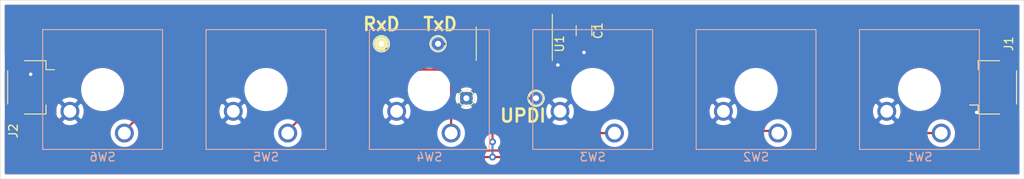
<source format=kicad_pcb>
(kicad_pcb (version 20171130) (host pcbnew "(5.1.2)-1")

  (general
    (thickness 1.6)
    (drawings 7)
    (tracks 103)
    (zones 0)
    (modules 14)
    (nets 15)
  )

  (page A4)
  (layers
    (0 F.Cu signal)
    (31 B.Cu signal)
    (32 B.Adhes user hide)
    (33 F.Adhes user)
    (34 B.Paste user hide)
    (35 F.Paste user)
    (36 B.SilkS user hide)
    (37 F.SilkS user)
    (38 B.Mask user hide)
    (39 F.Mask user)
    (40 Dwgs.User user hide)
    (41 Cmts.User user hide)
    (42 Eco1.User user hide)
    (43 Eco2.User user hide)
    (44 Edge.Cuts user)
    (45 Margin user hide)
    (46 B.CrtYd user hide)
    (47 F.CrtYd user)
    (48 B.Fab user hide)
    (49 F.Fab user hide)
  )

  (setup
    (last_trace_width 0.25)
    (trace_clearance 0.2)
    (zone_clearance 0.508)
    (zone_45_only yes)
    (trace_min 0.1524)
    (via_size 0.8)
    (via_drill 0.4)
    (via_min_size 0.508)
    (via_min_drill 0.254)
    (uvia_size 0.3)
    (uvia_drill 0.1)
    (uvias_allowed no)
    (uvia_min_size 0.2)
    (uvia_min_drill 0.1)
    (edge_width 0.05)
    (segment_width 0.2)
    (pcb_text_width 0.3)
    (pcb_text_size 1.5 1.5)
    (mod_edge_width 0.12)
    (mod_text_size 1 1)
    (mod_text_width 0.15)
    (pad_size 1.5 1.5)
    (pad_drill 0.7)
    (pad_to_mask_clearance 0.051)
    (solder_mask_min_width 0.25)
    (aux_axis_origin 0 0)
    (visible_elements 7FFFFFFF)
    (pcbplotparams
      (layerselection 0x010fc_ffffffff)
      (usegerberextensions false)
      (usegerberattributes false)
      (usegerberadvancedattributes false)
      (creategerberjobfile false)
      (excludeedgelayer true)
      (linewidth 0.100000)
      (plotframeref false)
      (viasonmask false)
      (mode 1)
      (useauxorigin false)
      (hpglpennumber 1)
      (hpglpenspeed 20)
      (hpglpendiameter 15.000000)
      (psnegative false)
      (psa4output false)
      (plotreference true)
      (plotvalue true)
      (plotinvisibletext false)
      (padsonsilk false)
      (subtractmaskfromsilk false)
      (outputformat 1)
      (mirror false)
      (drillshape 1)
      (scaleselection 1)
      (outputdirectory ""))
  )

  (net 0 "")
  (net 1 GND)
  (net 2 /VCC)
  (net 3 /SCL)
  (net 4 /SDA)
  (net 5 "Net-(SW1-Pad1)")
  (net 6 "Net-(SW2-Pad1)")
  (net 7 "Net-(SW3-Pad1)")
  (net 8 "Net-(SW4-Pad1)")
  (net 9 "Net-(SW5-Pad1)")
  (net 10 "Net-(SW6-Pad1)")
  (net 11 "Net-(U1-Pad5)")
  (net 12 "Net-(TP2-Pad1)")
  (net 13 "Net-(TP3-Pad1)")
  (net 14 "Net-(TP4-Pad1)")

  (net_class Default "This is the default net class."
    (clearance 0.2)
    (trace_width 0.25)
    (via_dia 0.8)
    (via_drill 0.4)
    (uvia_dia 0.3)
    (uvia_drill 0.1)
    (add_net /SCL)
    (add_net /SDA)
    (add_net /VCC)
    (add_net GND)
    (add_net "Net-(SW1-Pad1)")
    (add_net "Net-(SW2-Pad1)")
    (add_net "Net-(SW3-Pad1)")
    (add_net "Net-(SW4-Pad1)")
    (add_net "Net-(SW5-Pad1)")
    (add_net "Net-(SW6-Pad1)")
    (add_net "Net-(TP2-Pad1)")
    (add_net "Net-(TP3-Pad1)")
    (add_net "Net-(TP4-Pad1)")
    (add_net "Net-(U1-Pad5)")
  )

  (module Capacitor_SMD:C_1206_3216Metric (layer F.Cu) (tedit 5B301BBE) (tstamp 5CD66583)
    (at 161.544 82.296 270)
    (descr "Capacitor SMD 1206 (3216 Metric), square (rectangular) end terminal, IPC_7351 nominal, (Body size source: http://www.tortai-tech.com/upload/download/2011102023233369053.pdf), generated with kicad-footprint-generator")
    (tags capacitor)
    (path /5CD7ED01)
    (attr smd)
    (fp_text reference C1 (at 0 -1.65 90) (layer F.SilkS)
      (effects (font (size 1 1) (thickness 0.15)))
    )
    (fp_text value C_Small (at 0 1.65 90) (layer F.Fab)
      (effects (font (size 1 1) (thickness 0.15)))
    )
    (fp_text user %R (at 0 0 90) (layer F.Fab)
      (effects (font (size 0.5 0.5) (thickness 0.08)))
    )
    (fp_line (start 2.28 1.12) (end -2.28 1.12) (layer F.CrtYd) (width 0.05))
    (fp_line (start 2.28 -1.12) (end 2.28 1.12) (layer F.CrtYd) (width 0.05))
    (fp_line (start -2.28 -1.12) (end 2.28 -1.12) (layer F.CrtYd) (width 0.05))
    (fp_line (start -2.28 1.12) (end -2.28 -1.12) (layer F.CrtYd) (width 0.05))
    (fp_line (start -0.602064 0.91) (end 0.602064 0.91) (layer F.SilkS) (width 0.12))
    (fp_line (start -0.602064 -0.91) (end 0.602064 -0.91) (layer F.SilkS) (width 0.12))
    (fp_line (start 1.6 0.8) (end -1.6 0.8) (layer F.Fab) (width 0.1))
    (fp_line (start 1.6 -0.8) (end 1.6 0.8) (layer F.Fab) (width 0.1))
    (fp_line (start -1.6 -0.8) (end 1.6 -0.8) (layer F.Fab) (width 0.1))
    (fp_line (start -1.6 0.8) (end -1.6 -0.8) (layer F.Fab) (width 0.1))
    (pad 2 smd roundrect (at 1.4 0 270) (size 1.25 1.75) (layers F.Cu F.Paste F.Mask) (roundrect_rratio 0.2)
      (net 1 GND))
    (pad 1 smd roundrect (at -1.4 0 270) (size 1.25 1.75) (layers F.Cu F.Paste F.Mask) (roundrect_rratio 0.2)
      (net 2 /VCC))
    (model ${KISYS3DMOD}/Capacitor_SMD.3dshapes/C_1206_3216Metric.wrl
      (at (xyz 0 0 0))
      (scale (xyz 1 1 1))
      (rotate (xyz 0 0 0))
    )
  )

  (module TestPoint:TestPoint_THTPad_D1.5mm_Drill0.7mm (layer F.Cu) (tedit 5CE5BFB4) (tstamp 5CE5E6D9)
    (at 144.526 83.82)
    (descr "THT pad as test Point, diameter 1.5mm, hole diameter 0.7mm")
    (tags "test point THT pad")
    (path /5CE603A9)
    (attr virtual)
    (fp_text reference TP3 (at 0 -1.648) (layer F.Fab) hide
      (effects (font (size 1 1) (thickness 0.15)))
    )
    (fp_text value TxD (at 0 -2.286) (layer F.Fab)
      (effects (font (size 1 1) (thickness 0.15)))
    )
    (fp_circle (center 0 0) (end 0 0.95) (layer F.SilkS) (width 0.12))
    (fp_circle (center 0 0) (end 1.25 0) (layer F.CrtYd) (width 0.05))
    (fp_text user %R (at 0 -1.65) (layer F.Fab)
      (effects (font (size 1 1) (thickness 0.15)))
    )
    (pad 1 thru_hole circle (at 0 0) (size 1.5 1.5) (drill 0.7) (layers *.Mask F.Cu)
      (net 13 "Net-(TP3-Pad1)"))
  )

  (module TestPoint:TestPoint_THTPad_D1.5mm_Drill0.7mm (layer F.Cu) (tedit 5CEDCEE2) (tstamp 5CE5E6E1)
    (at 137.922 83.82)
    (descr "THT pad as test Point, diameter 1.5mm, hole diameter 0.7mm")
    (tags "test point THT pad")
    (path /5CE60E23)
    (attr virtual)
    (fp_text reference TP4 (at 0 -1.648) (layer F.Fab) hide
      (effects (font (size 1 1) (thickness 0.15)))
    )
    (fp_text value RxD (at 0 -2.032) (layer F.Fab)
      (effects (font (size 1 1) (thickness 0.15)))
    )
    (fp_circle (center 0 0) (end 0 0.95) (layer F.SilkS) (width 0.12))
    (fp_circle (center 0 0) (end 1.25 0) (layer F.CrtYd) (width 0.05))
    (fp_text user %R (at 0 -1.65) (layer F.Fab)
      (effects (font (size 1 1) (thickness 0.15)))
    )
    (pad 1 thru_hole circle (at 0 0) (size 1.5 1.5) (drill 0.7) (layers *.Mask F.Cu F.SilkS)
      (net 14 "Net-(TP4-Pad1)"))
  )

  (module TestPoint:TestPoint_THTPad_D1.5mm_Drill0.7mm (layer F.Cu) (tedit 5CE5BFC5) (tstamp 5CE5E032)
    (at 155.956 90.17)
    (descr "THT pad as test Point, diameter 1.5mm, hole diameter 0.7mm")
    (tags "test point THT pad")
    (path /5CE5BD1F)
    (attr virtual)
    (fp_text reference TP2 (at 0 -1.648) (layer F.SilkS) hide
      (effects (font (size 1 1) (thickness 0.15)))
    )
    (fp_text value UPDI (at 0 1.75) (layer F.Fab)
      (effects (font (size 1 1) (thickness 0.15)))
    )
    (fp_circle (center 0 0) (end 0 0.95) (layer F.SilkS) (width 0.12))
    (fp_circle (center 0 0) (end 1.25 0) (layer F.CrtYd) (width 0.05))
    (fp_text user %R (at 0 -1.65) (layer F.Fab) hide
      (effects (font (size 1 1) (thickness 0.15)))
    )
    (pad 1 thru_hole circle (at 0 0) (size 1.5 1.5) (drill 0.7) (layers *.Mask F.Cu)
      (net 12 "Net-(TP2-Pad1)"))
  )

  (module TestPoint:TestPoint_THTPad_D1.5mm_Drill0.7mm (layer F.Cu) (tedit 5A0F774F) (tstamp 5CE5E073)
    (at 147.828 90.17)
    (descr "THT pad as test Point, diameter 1.5mm, hole diameter 0.7mm")
    (tags "test point THT pad")
    (path /5CE5C44B)
    (attr virtual)
    (fp_text reference TP1 (at 0 -1.648) (layer F.SilkS) hide
      (effects (font (size 1 1) (thickness 0.15)))
    )
    (fp_text value GND (at 0 1.75) (layer F.Fab)
      (effects (font (size 1 1) (thickness 0.15)))
    )
    (fp_circle (center 0 0) (end 0 0.95) (layer F.SilkS) (width 0.12))
    (fp_circle (center 0 0) (end 1.25 0) (layer F.CrtYd) (width 0.05))
    (fp_text user %R (at 0 -1.65) (layer F.Fab) hide
      (effects (font (size 1 1) (thickness 0.15)))
    )
    (pad 1 thru_hole circle (at 0 0) (size 1.5 1.5) (drill 0.7) (layers *.Cu *.Mask)
      (net 1 GND))
  )

  (module Package_SO:SOIC-14_3.9x8.7mm_P1.27mm (layer F.Cu) (tedit 5C97300E) (tstamp 5CE5E155)
    (at 153.416 83.82 270)
    (descr "SOIC, 14 Pin (JEDEC MS-012AB, https://www.analog.com/media/en/package-pcb-resources/package/pkg_pdf/soic_narrow-r/r_14.pdf), generated with kicad-footprint-generator ipc_gullwing_generator.py")
    (tags "SOIC SO")
    (path /5CD651CD)
    (attr smd)
    (fp_text reference U1 (at 0 -5.28 90) (layer F.SilkS)
      (effects (font (size 1 1) (thickness 0.15)))
    )
    (fp_text value ATtiny1614-SS (at -0.254 0.254 180) (layer F.Fab)
      (effects (font (size 1 1) (thickness 0.15)))
    )
    (fp_line (start 3.7 -4.58) (end -3.7 -4.58) (layer F.CrtYd) (width 0.05))
    (fp_line (start 3.7 4.58) (end 3.7 -4.58) (layer F.CrtYd) (width 0.05))
    (fp_line (start -3.7 4.58) (end 3.7 4.58) (layer F.CrtYd) (width 0.05))
    (fp_line (start -3.7 -4.58) (end -3.7 4.58) (layer F.CrtYd) (width 0.05))
    (fp_line (start -1.95 -3.35) (end -0.975 -4.325) (layer F.Fab) (width 0.1))
    (fp_line (start -1.95 4.325) (end -1.95 -3.35) (layer F.Fab) (width 0.1))
    (fp_line (start 1.95 4.325) (end -1.95 4.325) (layer F.Fab) (width 0.1))
    (fp_line (start 1.95 -4.325) (end 1.95 4.325) (layer F.Fab) (width 0.1))
    (fp_line (start -0.975 -4.325) (end 1.95 -4.325) (layer F.Fab) (width 0.1))
    (fp_line (start 0 -4.435) (end -3.45 -4.435) (layer F.SilkS) (width 0.12))
    (fp_line (start 0 -4.435) (end 1.95 -4.435) (layer F.SilkS) (width 0.12))
    (fp_line (start 0 4.435) (end -1.95 4.435) (layer F.SilkS) (width 0.12))
    (fp_line (start 0 4.435) (end 1.95 4.435) (layer F.SilkS) (width 0.12))
    (pad 14 smd roundrect (at 2.475 -3.81 270) (size 1.95 0.6) (layers F.Cu F.Paste F.Mask) (roundrect_rratio 0.25)
      (net 1 GND))
    (pad 13 smd roundrect (at 2.475 -2.54 270) (size 1.95 0.6) (layers F.Cu F.Paste F.Mask) (roundrect_rratio 0.25)
      (net 7 "Net-(SW3-Pad1)"))
    (pad 12 smd roundrect (at 2.475 -1.27 270) (size 1.95 0.6) (layers F.Cu F.Paste F.Mask) (roundrect_rratio 0.25)
      (net 6 "Net-(SW2-Pad1)"))
    (pad 11 smd roundrect (at 2.475 0 270) (size 1.95 0.6) (layers F.Cu F.Paste F.Mask) (roundrect_rratio 0.25)
      (net 5 "Net-(SW1-Pad1)"))
    (pad 10 smd roundrect (at 2.475 1.27 270) (size 1.95 0.6) (layers F.Cu F.Paste F.Mask) (roundrect_rratio 0.25)
      (net 12 "Net-(TP2-Pad1)"))
    (pad 9 smd roundrect (at 2.475 2.54 270) (size 1.95 0.6) (layers F.Cu F.Paste F.Mask) (roundrect_rratio 0.25)
      (net 3 /SCL))
    (pad 8 smd roundrect (at 2.475 3.81 270) (size 1.95 0.6) (layers F.Cu F.Paste F.Mask) (roundrect_rratio 0.25)
      (net 4 /SDA))
    (pad 7 smd roundrect (at -2.475 3.81 270) (size 1.95 0.6) (layers F.Cu F.Paste F.Mask) (roundrect_rratio 0.25)
      (net 13 "Net-(TP3-Pad1)"))
    (pad 6 smd roundrect (at -2.475 2.54 270) (size 1.95 0.6) (layers F.Cu F.Paste F.Mask) (roundrect_rratio 0.25)
      (net 14 "Net-(TP4-Pad1)"))
    (pad 5 smd roundrect (at -2.475 1.27 270) (size 1.95 0.6) (layers F.Cu F.Paste F.Mask) (roundrect_rratio 0.25)
      (net 11 "Net-(U1-Pad5)"))
    (pad 4 smd roundrect (at -2.475 0 270) (size 1.95 0.6) (layers F.Cu F.Paste F.Mask) (roundrect_rratio 0.25)
      (net 10 "Net-(SW6-Pad1)"))
    (pad 3 smd roundrect (at -2.475 -1.27 270) (size 1.95 0.6) (layers F.Cu F.Paste F.Mask) (roundrect_rratio 0.25)
      (net 9 "Net-(SW5-Pad1)"))
    (pad 2 smd roundrect (at -2.475 -2.54 270) (size 1.95 0.6) (layers F.Cu F.Paste F.Mask) (roundrect_rratio 0.25)
      (net 8 "Net-(SW4-Pad1)"))
    (pad 1 smd roundrect (at -2.475 -3.81 270) (size 1.95 0.6) (layers F.Cu F.Paste F.Mask) (roundrect_rratio 0.25)
      (net 2 /VCC))
    (model ${KISYS3DMOD}/Package_SO.3dshapes/SOIC-14_3.9x8.7mm_P1.27mm.wrl
      (at (xyz 0 0 0))
      (scale (xyz 1 1 1))
      (rotate (xyz 0 0 0))
    )
  )

  (module Button_Switch_Keyboard:SW_Cherry_MX_1.00u_Plate (layer B.Cu) (tedit 5A02FE24) (tstamp 5CD66649)
    (at 107.95 94.234)
    (descr "Cherry MX keyswitch, 1.00u, plate mount, http://cherryamericas.com/wp-content/uploads/2014/12/mx_cat.pdf")
    (tags "Cherry MX keyswitch 1.00u plate")
    (path /5CD68E8B)
    (fp_text reference SW6 (at -2.54 2.794) (layer B.SilkS)
      (effects (font (size 1 1) (thickness 0.15)) (justify mirror))
    )
    (fp_text value SW_Push (at -2.54 -12.954) (layer B.Fab)
      (effects (font (size 1 1) (thickness 0.15)) (justify mirror))
    )
    (fp_line (start -9.525 -12.065) (end -9.525 1.905) (layer B.SilkS) (width 0.12))
    (fp_line (start 4.445 -12.065) (end -9.525 -12.065) (layer B.SilkS) (width 0.12))
    (fp_line (start 4.445 1.905) (end 4.445 -12.065) (layer B.SilkS) (width 0.12))
    (fp_line (start -9.525 1.905) (end 4.445 1.905) (layer B.SilkS) (width 0.12))
    (fp_line (start -12.065 -14.605) (end -12.065 4.445) (layer Dwgs.User) (width 0.15))
    (fp_line (start 6.985 -14.605) (end -12.065 -14.605) (layer Dwgs.User) (width 0.15))
    (fp_line (start 6.985 4.445) (end 6.985 -14.605) (layer Dwgs.User) (width 0.15))
    (fp_line (start -12.065 4.445) (end 6.985 4.445) (layer Dwgs.User) (width 0.15))
    (fp_line (start -9.14 1.52) (end 4.06 1.52) (layer B.CrtYd) (width 0.05))
    (fp_line (start 4.06 1.52) (end 4.06 -11.68) (layer B.CrtYd) (width 0.05))
    (fp_line (start 4.06 -11.68) (end -9.14 -11.68) (layer B.CrtYd) (width 0.05))
    (fp_line (start -9.14 -11.68) (end -9.14 1.52) (layer B.CrtYd) (width 0.05))
    (fp_line (start -8.89 -11.43) (end -8.89 1.27) (layer B.Fab) (width 0.1))
    (fp_line (start 3.81 -11.43) (end -8.89 -11.43) (layer B.Fab) (width 0.1))
    (fp_line (start 3.81 1.27) (end 3.81 -11.43) (layer B.Fab) (width 0.1))
    (fp_line (start -8.89 1.27) (end 3.81 1.27) (layer B.Fab) (width 0.1))
    (fp_text user %R (at -2.54 2.794) (layer B.Fab)
      (effects (font (size 1 1) (thickness 0.15)) (justify mirror))
    )
    (pad "" np_thru_hole circle (at -2.54 -5.08) (size 4 4) (drill 4) (layers *.Cu *.Mask))
    (pad 2 thru_hole circle (at -6.35 -2.54) (size 2.2 2.2) (drill 1.5) (layers *.Cu *.Mask)
      (net 1 GND))
    (pad 1 thru_hole circle (at 0 0) (size 2.2 2.2) (drill 1.5) (layers *.Cu *.Mask)
      (net 10 "Net-(SW6-Pad1)"))
    (model ${KISYS3DMOD}/Button_Switch_Keyboard.3dshapes/SW_Cherry_MX_1.00u_Plate.wrl
      (at (xyz 0 0 0))
      (scale (xyz 1 1 1))
      (rotate (xyz 0 0 0))
    )
  )

  (module Button_Switch_Keyboard:SW_Cherry_MX_1.00u_Plate (layer B.Cu) (tedit 5A02FE24) (tstamp 5CD66631)
    (at 127 94.234)
    (descr "Cherry MX keyswitch, 1.00u, plate mount, http://cherryamericas.com/wp-content/uploads/2014/12/mx_cat.pdf")
    (tags "Cherry MX keyswitch 1.00u plate")
    (path /5CD68D5B)
    (fp_text reference SW5 (at -2.54 2.794) (layer B.SilkS)
      (effects (font (size 1 1) (thickness 0.15)) (justify mirror))
    )
    (fp_text value SW_Push (at -2.54 -12.954) (layer B.Fab)
      (effects (font (size 1 1) (thickness 0.15)) (justify mirror))
    )
    (fp_line (start -9.525 -12.065) (end -9.525 1.905) (layer B.SilkS) (width 0.12))
    (fp_line (start 4.445 -12.065) (end -9.525 -12.065) (layer B.SilkS) (width 0.12))
    (fp_line (start 4.445 1.905) (end 4.445 -12.065) (layer B.SilkS) (width 0.12))
    (fp_line (start -9.525 1.905) (end 4.445 1.905) (layer B.SilkS) (width 0.12))
    (fp_line (start -12.065 -14.605) (end -12.065 4.445) (layer Dwgs.User) (width 0.15))
    (fp_line (start 6.985 -14.605) (end -12.065 -14.605) (layer Dwgs.User) (width 0.15))
    (fp_line (start 6.985 4.445) (end 6.985 -14.605) (layer Dwgs.User) (width 0.15))
    (fp_line (start -12.065 4.445) (end 6.985 4.445) (layer Dwgs.User) (width 0.15))
    (fp_line (start -9.14 1.52) (end 4.06 1.52) (layer B.CrtYd) (width 0.05))
    (fp_line (start 4.06 1.52) (end 4.06 -11.68) (layer B.CrtYd) (width 0.05))
    (fp_line (start 4.06 -11.68) (end -9.14 -11.68) (layer B.CrtYd) (width 0.05))
    (fp_line (start -9.14 -11.68) (end -9.14 1.52) (layer B.CrtYd) (width 0.05))
    (fp_line (start -8.89 -11.43) (end -8.89 1.27) (layer B.Fab) (width 0.1))
    (fp_line (start 3.81 -11.43) (end -8.89 -11.43) (layer B.Fab) (width 0.1))
    (fp_line (start 3.81 1.27) (end 3.81 -11.43) (layer B.Fab) (width 0.1))
    (fp_line (start -8.89 1.27) (end 3.81 1.27) (layer B.Fab) (width 0.1))
    (fp_text user %R (at -2.54 2.794) (layer B.Fab)
      (effects (font (size 1 1) (thickness 0.15)) (justify mirror))
    )
    (pad "" np_thru_hole circle (at -2.54 -5.08) (size 4 4) (drill 4) (layers *.Cu *.Mask))
    (pad 2 thru_hole circle (at -6.35 -2.54) (size 2.2 2.2) (drill 1.5) (layers *.Cu *.Mask)
      (net 1 GND))
    (pad 1 thru_hole circle (at 0 0) (size 2.2 2.2) (drill 1.5) (layers *.Cu *.Mask)
      (net 9 "Net-(SW5-Pad1)"))
    (model ${KISYS3DMOD}/Button_Switch_Keyboard.3dshapes/SW_Cherry_MX_1.00u_Plate.wrl
      (at (xyz 0 0 0))
      (scale (xyz 1 1 1))
      (rotate (xyz 0 0 0))
    )
  )

  (module Button_Switch_Keyboard:SW_Cherry_MX_1.00u_Plate (layer B.Cu) (tedit 5A02FE24) (tstamp 5CD66619)
    (at 146.05 94.234)
    (descr "Cherry MX keyswitch, 1.00u, plate mount, http://cherryamericas.com/wp-content/uploads/2014/12/mx_cat.pdf")
    (tags "Cherry MX keyswitch 1.00u plate")
    (path /5CD68C41)
    (fp_text reference SW4 (at -2.54 2.794) (layer B.SilkS)
      (effects (font (size 1 1) (thickness 0.15)) (justify mirror))
    )
    (fp_text value SW_Push (at -2.54 -12.954) (layer B.Fab)
      (effects (font (size 1 1) (thickness 0.15)) (justify mirror))
    )
    (fp_line (start -9.525 -12.065) (end -9.525 1.905) (layer B.SilkS) (width 0.12))
    (fp_line (start 4.445 -12.065) (end -9.525 -12.065) (layer B.SilkS) (width 0.12))
    (fp_line (start 4.445 1.905) (end 4.445 -12.065) (layer B.SilkS) (width 0.12))
    (fp_line (start -9.525 1.905) (end 4.445 1.905) (layer B.SilkS) (width 0.12))
    (fp_line (start -12.065 -14.605) (end -12.065 4.445) (layer Dwgs.User) (width 0.15))
    (fp_line (start 6.985 -14.605) (end -12.065 -14.605) (layer Dwgs.User) (width 0.15))
    (fp_line (start 6.985 4.445) (end 6.985 -14.605) (layer Dwgs.User) (width 0.15))
    (fp_line (start -12.065 4.445) (end 6.985 4.445) (layer Dwgs.User) (width 0.15))
    (fp_line (start -9.14 1.52) (end 4.06 1.52) (layer B.CrtYd) (width 0.05))
    (fp_line (start 4.06 1.52) (end 4.06 -11.68) (layer B.CrtYd) (width 0.05))
    (fp_line (start 4.06 -11.68) (end -9.14 -11.68) (layer B.CrtYd) (width 0.05))
    (fp_line (start -9.14 -11.68) (end -9.14 1.52) (layer B.CrtYd) (width 0.05))
    (fp_line (start -8.89 -11.43) (end -8.89 1.27) (layer B.Fab) (width 0.1))
    (fp_line (start 3.81 -11.43) (end -8.89 -11.43) (layer B.Fab) (width 0.1))
    (fp_line (start 3.81 1.27) (end 3.81 -11.43) (layer B.Fab) (width 0.1))
    (fp_line (start -8.89 1.27) (end 3.81 1.27) (layer B.Fab) (width 0.1))
    (fp_text user %R (at -2.54 2.794) (layer B.Fab)
      (effects (font (size 1 1) (thickness 0.15)) (justify mirror))
    )
    (pad "" np_thru_hole circle (at -2.54 -5.08) (size 4 4) (drill 4) (layers *.Cu *.Mask))
    (pad 2 thru_hole circle (at -6.35 -2.54) (size 2.2 2.2) (drill 1.5) (layers *.Cu *.Mask)
      (net 1 GND))
    (pad 1 thru_hole circle (at 0 0) (size 2.2 2.2) (drill 1.5) (layers *.Cu *.Mask)
      (net 8 "Net-(SW4-Pad1)"))
    (model ${KISYS3DMOD}/Button_Switch_Keyboard.3dshapes/SW_Cherry_MX_1.00u_Plate.wrl
      (at (xyz 0 0 0))
      (scale (xyz 1 1 1))
      (rotate (xyz 0 0 0))
    )
  )

  (module Button_Switch_Keyboard:SW_Cherry_MX_1.00u_Plate (layer B.Cu) (tedit 5A02FE24) (tstamp 5CD66601)
    (at 165.1 94.234)
    (descr "Cherry MX keyswitch, 1.00u, plate mount, http://cherryamericas.com/wp-content/uploads/2014/12/mx_cat.pdf")
    (tags "Cherry MX keyswitch 1.00u plate")
    (path /5CD68B3D)
    (fp_text reference SW3 (at -2.54 2.794) (layer B.SilkS)
      (effects (font (size 1 1) (thickness 0.15)) (justify mirror))
    )
    (fp_text value SW_Push (at -2.54 -12.954) (layer B.Fab)
      (effects (font (size 1 1) (thickness 0.15)) (justify mirror))
    )
    (fp_line (start -9.525 -12.065) (end -9.525 1.905) (layer B.SilkS) (width 0.12))
    (fp_line (start 4.445 -12.065) (end -9.525 -12.065) (layer B.SilkS) (width 0.12))
    (fp_line (start 4.445 1.905) (end 4.445 -12.065) (layer B.SilkS) (width 0.12))
    (fp_line (start -9.525 1.905) (end 4.445 1.905) (layer B.SilkS) (width 0.12))
    (fp_line (start -12.065 -14.605) (end -12.065 4.445) (layer Dwgs.User) (width 0.15))
    (fp_line (start 6.985 -14.605) (end -12.065 -14.605) (layer Dwgs.User) (width 0.15))
    (fp_line (start 6.985 4.445) (end 6.985 -14.605) (layer Dwgs.User) (width 0.15))
    (fp_line (start -12.065 4.445) (end 6.985 4.445) (layer Dwgs.User) (width 0.15))
    (fp_line (start -9.14 1.52) (end 4.06 1.52) (layer B.CrtYd) (width 0.05))
    (fp_line (start 4.06 1.52) (end 4.06 -11.68) (layer B.CrtYd) (width 0.05))
    (fp_line (start 4.06 -11.68) (end -9.14 -11.68) (layer B.CrtYd) (width 0.05))
    (fp_line (start -9.14 -11.68) (end -9.14 1.52) (layer B.CrtYd) (width 0.05))
    (fp_line (start -8.89 -11.43) (end -8.89 1.27) (layer B.Fab) (width 0.1))
    (fp_line (start 3.81 -11.43) (end -8.89 -11.43) (layer B.Fab) (width 0.1))
    (fp_line (start 3.81 1.27) (end 3.81 -11.43) (layer B.Fab) (width 0.1))
    (fp_line (start -8.89 1.27) (end 3.81 1.27) (layer B.Fab) (width 0.1))
    (fp_text user %R (at -2.54 2.794) (layer B.Fab)
      (effects (font (size 1 1) (thickness 0.15)) (justify mirror))
    )
    (pad "" np_thru_hole circle (at -2.54 -5.08) (size 4 4) (drill 4) (layers *.Cu *.Mask))
    (pad 2 thru_hole circle (at -6.35 -2.54) (size 2.2 2.2) (drill 1.5) (layers *.Cu *.Mask)
      (net 1 GND))
    (pad 1 thru_hole circle (at 0 0) (size 2.2 2.2) (drill 1.5) (layers *.Cu *.Mask)
      (net 7 "Net-(SW3-Pad1)"))
    (model ${KISYS3DMOD}/Button_Switch_Keyboard.3dshapes/SW_Cherry_MX_1.00u_Plate.wrl
      (at (xyz 0 0 0))
      (scale (xyz 1 1 1))
      (rotate (xyz 0 0 0))
    )
  )

  (module Button_Switch_Keyboard:SW_Cherry_MX_1.00u_Plate (layer B.Cu) (tedit 5A02FE24) (tstamp 5CD665E9)
    (at 184.15 94.234)
    (descr "Cherry MX keyswitch, 1.00u, plate mount, http://cherryamericas.com/wp-content/uploads/2014/12/mx_cat.pdf")
    (tags "Cherry MX keyswitch 1.00u plate")
    (path /5CD68A4F)
    (fp_text reference SW2 (at -2.54 2.794) (layer B.SilkS)
      (effects (font (size 1 1) (thickness 0.15)) (justify mirror))
    )
    (fp_text value SW_Push (at -2.54 -12.954) (layer B.Fab)
      (effects (font (size 1 1) (thickness 0.15)) (justify mirror))
    )
    (fp_line (start -9.525 -12.065) (end -9.525 1.905) (layer B.SilkS) (width 0.12))
    (fp_line (start 4.445 -12.065) (end -9.525 -12.065) (layer B.SilkS) (width 0.12))
    (fp_line (start 4.445 1.905) (end 4.445 -12.065) (layer B.SilkS) (width 0.12))
    (fp_line (start -9.525 1.905) (end 4.445 1.905) (layer B.SilkS) (width 0.12))
    (fp_line (start -12.065 -14.605) (end -12.065 4.445) (layer Dwgs.User) (width 0.15))
    (fp_line (start 6.985 -14.605) (end -12.065 -14.605) (layer Dwgs.User) (width 0.15))
    (fp_line (start 6.985 4.445) (end 6.985 -14.605) (layer Dwgs.User) (width 0.15))
    (fp_line (start -12.065 4.445) (end 6.985 4.445) (layer Dwgs.User) (width 0.15))
    (fp_line (start -9.14 1.52) (end 4.06 1.52) (layer B.CrtYd) (width 0.05))
    (fp_line (start 4.06 1.52) (end 4.06 -11.68) (layer B.CrtYd) (width 0.05))
    (fp_line (start 4.06 -11.68) (end -9.14 -11.68) (layer B.CrtYd) (width 0.05))
    (fp_line (start -9.14 -11.68) (end -9.14 1.52) (layer B.CrtYd) (width 0.05))
    (fp_line (start -8.89 -11.43) (end -8.89 1.27) (layer B.Fab) (width 0.1))
    (fp_line (start 3.81 -11.43) (end -8.89 -11.43) (layer B.Fab) (width 0.1))
    (fp_line (start 3.81 1.27) (end 3.81 -11.43) (layer B.Fab) (width 0.1))
    (fp_line (start -8.89 1.27) (end 3.81 1.27) (layer B.Fab) (width 0.1))
    (fp_text user %R (at -2.54 2.794) (layer B.Fab)
      (effects (font (size 1 1) (thickness 0.15)) (justify mirror))
    )
    (pad "" np_thru_hole circle (at -2.54 -5.08) (size 4 4) (drill 4) (layers *.Cu *.Mask))
    (pad 2 thru_hole circle (at -6.35 -2.54) (size 2.2 2.2) (drill 1.5) (layers *.Cu *.Mask)
      (net 1 GND))
    (pad 1 thru_hole circle (at 0 0) (size 2.2 2.2) (drill 1.5) (layers *.Cu *.Mask)
      (net 6 "Net-(SW2-Pad1)"))
    (model ${KISYS3DMOD}/Button_Switch_Keyboard.3dshapes/SW_Cherry_MX_1.00u_Plate.wrl
      (at (xyz 0 0 0))
      (scale (xyz 1 1 1))
      (rotate (xyz 0 0 0))
    )
  )

  (module Button_Switch_Keyboard:SW_Cherry_MX_1.00u_Plate (layer B.Cu) (tedit 5A02FE24) (tstamp 5CD665D1)
    (at 203.2 94.234)
    (descr "Cherry MX keyswitch, 1.00u, plate mount, http://cherryamericas.com/wp-content/uploads/2014/12/mx_cat.pdf")
    (tags "Cherry MX keyswitch 1.00u plate")
    (path /5CD67D65)
    (fp_text reference SW1 (at -2.54 2.794) (layer B.SilkS)
      (effects (font (size 1 1) (thickness 0.15)) (justify mirror))
    )
    (fp_text value SW_Push (at -2.54 -12.954) (layer B.Fab)
      (effects (font (size 1 1) (thickness 0.15)) (justify mirror))
    )
    (fp_line (start -9.525 -12.065) (end -9.525 1.905) (layer B.SilkS) (width 0.12))
    (fp_line (start 4.445 -12.065) (end -9.525 -12.065) (layer B.SilkS) (width 0.12))
    (fp_line (start 4.445 1.905) (end 4.445 -12.065) (layer B.SilkS) (width 0.12))
    (fp_line (start -9.525 1.905) (end 4.445 1.905) (layer B.SilkS) (width 0.12))
    (fp_line (start -12.065 -14.605) (end -12.065 4.445) (layer Dwgs.User) (width 0.15))
    (fp_line (start 6.985 -14.605) (end -12.065 -14.605) (layer Dwgs.User) (width 0.15))
    (fp_line (start 6.985 4.445) (end 6.985 -14.605) (layer Dwgs.User) (width 0.15))
    (fp_line (start -12.065 4.445) (end 6.985 4.445) (layer Dwgs.User) (width 0.15))
    (fp_line (start -9.14 1.52) (end 4.06 1.52) (layer B.CrtYd) (width 0.05))
    (fp_line (start 4.06 1.52) (end 4.06 -11.68) (layer B.CrtYd) (width 0.05))
    (fp_line (start 4.06 -11.68) (end -9.14 -11.68) (layer B.CrtYd) (width 0.05))
    (fp_line (start -9.14 -11.68) (end -9.14 1.52) (layer B.CrtYd) (width 0.05))
    (fp_line (start -8.89 -11.43) (end -8.89 1.27) (layer B.Fab) (width 0.1))
    (fp_line (start 3.81 -11.43) (end -8.89 -11.43) (layer B.Fab) (width 0.1))
    (fp_line (start 3.81 1.27) (end 3.81 -11.43) (layer B.Fab) (width 0.1))
    (fp_line (start -8.89 1.27) (end 3.81 1.27) (layer B.Fab) (width 0.1))
    (fp_text user %R (at -2.54 2.794) (layer B.Fab)
      (effects (font (size 1 1) (thickness 0.15)) (justify mirror))
    )
    (pad "" np_thru_hole circle (at -2.54 -5.08) (size 4 4) (drill 4) (layers *.Cu *.Mask))
    (pad 2 thru_hole circle (at -6.35 -2.54) (size 2.2 2.2) (drill 1.5) (layers *.Cu *.Mask)
      (net 1 GND))
    (pad 1 thru_hole circle (at 0 0) (size 2.2 2.2) (drill 1.5) (layers *.Cu *.Mask)
      (net 5 "Net-(SW1-Pad1)"))
    (model ${KISYS3DMOD}/Button_Switch_Keyboard.3dshapes/SW_Cherry_MX_1.00u_Plate.wrl
      (at (xyz 0 0 0))
      (scale (xyz 1 1 1))
      (rotate (xyz 0 0 0))
    )
  )

  (module Connector_JST:JST_SH_SM04B-SRSS-TB_1x04-1MP_P1.00mm_Horizontal (layer F.Cu) (tedit 5B78AD87) (tstamp 5CD665B9)
    (at 97.028 88.9 270)
    (descr "JST SH series connector, SM04B-SRSS-TB (http://www.jst-mfg.com/product/pdf/eng/eSH.pdf), generated with kicad-footprint-generator")
    (tags "connector JST SH top entry")
    (path /5CD7730E)
    (attr smd)
    (fp_text reference J2 (at 5.08 2.032 90) (layer F.SilkS)
      (effects (font (size 1 1) (thickness 0.15)))
    )
    (fp_text value Qwiic (at 7.62 1.778 90) (layer F.Fab) hide
      (effects (font (size 1 1) (thickness 0.15)))
    )
    (fp_text user %R (at 0 0 90) (layer F.Fab) hide
      (effects (font (size 1 1) (thickness 0.15)))
    )
    (fp_line (start -1.5 -0.967893) (end -1 -1.675) (layer F.Fab) (width 0.1))
    (fp_line (start -2 -1.675) (end -1.5 -0.967893) (layer F.Fab) (width 0.1))
    (fp_line (start 3.9 -3.28) (end -3.9 -3.28) (layer F.CrtYd) (width 0.05))
    (fp_line (start 3.9 3.28) (end 3.9 -3.28) (layer F.CrtYd) (width 0.05))
    (fp_line (start -3.9 3.28) (end 3.9 3.28) (layer F.CrtYd) (width 0.05))
    (fp_line (start -3.9 -3.28) (end -3.9 3.28) (layer F.CrtYd) (width 0.05))
    (fp_line (start 3 -1.675) (end 3 2.575) (layer F.Fab) (width 0.1))
    (fp_line (start -3 -1.675) (end -3 2.575) (layer F.Fab) (width 0.1))
    (fp_line (start -3 2.575) (end 3 2.575) (layer F.Fab) (width 0.1))
    (fp_line (start -1.94 2.685) (end 1.94 2.685) (layer F.SilkS) (width 0.12))
    (fp_line (start 3.11 -1.785) (end 2.06 -1.785) (layer F.SilkS) (width 0.12))
    (fp_line (start 3.11 0.715) (end 3.11 -1.785) (layer F.SilkS) (width 0.12))
    (fp_line (start -2.06 -1.785) (end -2.06 -2.775) (layer F.SilkS) (width 0.12))
    (fp_line (start -3.11 -1.785) (end -2.06 -1.785) (layer F.SilkS) (width 0.12))
    (fp_line (start -3.11 0.715) (end -3.11 -1.785) (layer F.SilkS) (width 0.12))
    (fp_line (start -3 -1.675) (end 3 -1.675) (layer F.Fab) (width 0.1))
    (pad MP smd roundrect (at 2.8 1.875 270) (size 1.2 1.8) (layers F.Cu F.Paste F.Mask) (roundrect_rratio 0.208333))
    (pad MP smd roundrect (at -2.8 1.875 270) (size 1.2 1.8) (layers F.Cu F.Paste F.Mask) (roundrect_rratio 0.208333))
    (pad 4 smd roundrect (at 1.5 -2 270) (size 0.6 1.55) (layers F.Cu F.Paste F.Mask) (roundrect_rratio 0.25)
      (net 3 /SCL))
    (pad 3 smd roundrect (at 0.5 -2 270) (size 0.6 1.55) (layers F.Cu F.Paste F.Mask) (roundrect_rratio 0.25)
      (net 4 /SDA))
    (pad 2 smd roundrect (at -0.5 -2 270) (size 0.6 1.55) (layers F.Cu F.Paste F.Mask) (roundrect_rratio 0.25)
      (net 2 /VCC))
    (pad 1 smd roundrect (at -1.5 -2 270) (size 0.6 1.55) (layers F.Cu F.Paste F.Mask) (roundrect_rratio 0.25)
      (net 1 GND))
    (model ${KISYS3DMOD}/Connector_JST.3dshapes/JST_SH_SM04B-SRSS-TB_1x04-1MP_P1.00mm_Horizontal.wrl
      (at (xyz 0 0 0))
      (scale (xyz 1 1 1))
      (rotate (xyz 0 0 0))
    )
  )

  (module Connector_JST:JST_SH_SM04B-SRSS-TB_1x04-1MP_P1.00mm_Horizontal (layer F.Cu) (tedit 5B78AD87) (tstamp 5CD6659E)
    (at 209.296 88.9 90)
    (descr "JST SH series connector, SM04B-SRSS-TB (http://www.jst-mfg.com/product/pdf/eng/eSH.pdf), generated with kicad-footprint-generator")
    (tags "connector JST SH top entry")
    (path /5CD767DD)
    (attr smd)
    (fp_text reference J1 (at 5.08 1.778 90) (layer F.SilkS)
      (effects (font (size 1 1) (thickness 0.15)))
    )
    (fp_text value Qwiic (at -7.62 1.524 90) (layer F.Fab) hide
      (effects (font (size 1 1) (thickness 0.15)))
    )
    (fp_text user %R (at 0 0 270) (layer F.Fab) hide
      (effects (font (size 1 1) (thickness 0.15)))
    )
    (fp_line (start -1.5 -0.967893) (end -1 -1.675) (layer F.Fab) (width 0.1))
    (fp_line (start -2 -1.675) (end -1.5 -0.967893) (layer F.Fab) (width 0.1))
    (fp_line (start 3.9 -3.28) (end -3.9 -3.28) (layer F.CrtYd) (width 0.05))
    (fp_line (start 3.9 3.28) (end 3.9 -3.28) (layer F.CrtYd) (width 0.05))
    (fp_line (start -3.9 3.28) (end 3.9 3.28) (layer F.CrtYd) (width 0.05))
    (fp_line (start -3.9 -3.28) (end -3.9 3.28) (layer F.CrtYd) (width 0.05))
    (fp_line (start 3 -1.675) (end 3 2.575) (layer F.Fab) (width 0.1))
    (fp_line (start -3 -1.675) (end -3 2.575) (layer F.Fab) (width 0.1))
    (fp_line (start -3 2.575) (end 3 2.575) (layer F.Fab) (width 0.1))
    (fp_line (start -1.94 2.685) (end 1.94 2.685) (layer F.SilkS) (width 0.12))
    (fp_line (start 3.11 -1.785) (end 2.06 -1.785) (layer F.SilkS) (width 0.12))
    (fp_line (start 3.11 0.715) (end 3.11 -1.785) (layer F.SilkS) (width 0.12))
    (fp_line (start -2.06 -1.785) (end -2.06 -2.775) (layer F.SilkS) (width 0.12))
    (fp_line (start -3.11 -1.785) (end -2.06 -1.785) (layer F.SilkS) (width 0.12))
    (fp_line (start -3.11 0.715) (end -3.11 -1.785) (layer F.SilkS) (width 0.12))
    (fp_line (start -3 -1.675) (end 3 -1.675) (layer F.Fab) (width 0.1))
    (pad MP smd roundrect (at 2.8 1.875 90) (size 1.2 1.8) (layers F.Cu F.Paste F.Mask) (roundrect_rratio 0.208333))
    (pad MP smd roundrect (at -2.8 1.875 90) (size 1.2 1.8) (layers F.Cu F.Paste F.Mask) (roundrect_rratio 0.208333))
    (pad 4 smd roundrect (at 1.5 -2 90) (size 0.6 1.55) (layers F.Cu F.Paste F.Mask) (roundrect_rratio 0.25)
      (net 3 /SCL))
    (pad 3 smd roundrect (at 0.5 -2 90) (size 0.6 1.55) (layers F.Cu F.Paste F.Mask) (roundrect_rratio 0.25)
      (net 4 /SDA))
    (pad 2 smd roundrect (at -0.5 -2 90) (size 0.6 1.55) (layers F.Cu F.Paste F.Mask) (roundrect_rratio 0.25)
      (net 2 /VCC))
    (pad 1 smd roundrect (at -1.5 -2 90) (size 0.6 1.55) (layers F.Cu F.Paste F.Mask) (roundrect_rratio 0.25)
      (net 1 GND))
    (model ${KISYS3DMOD}/Connector_JST.3dshapes/JST_SH_SM04B-SRSS-TB_1x04-1MP_P1.00mm_Horizontal.wrl
      (at (xyz 0 0 0))
      (scale (xyz 1 1 1))
      (rotate (xyz 0 0 0))
    )
  )

  (gr_text RxD (at 137.922 81.534) (layer F.SilkS)
    (effects (font (size 1.5 1.5) (thickness 0.3)))
  )
  (gr_text TxD (at 144.78 81.534) (layer F.SilkS)
    (effects (font (size 1.5 1.5) (thickness 0.3)))
  )
  (gr_text UPDI (at 154.432 92.202) (layer F.SilkS)
    (effects (font (size 1.5 1.5) (thickness 0.3)))
  )
  (gr_line (start 93.472 78.74) (end 93.472 99.568) (layer Edge.Cuts) (width 0.05) (tstamp 5CD9F631))
  (gr_line (start 93.472 99.568) (end 212.852 99.568) (layer Edge.Cuts) (width 0.05) (tstamp 5CD9F5FD))
  (gr_line (start 212.852 78.74) (end 212.852 99.568) (layer Edge.Cuts) (width 0.05))
  (gr_line (start 93.472 78.74) (end 212.852 78.74) (layer Edge.Cuts) (width 0.05))

  (via (at 97.028 87.376) (size 0.8) (drill 0.4) (layers F.Cu B.Cu) (net 1))
  (via (at 207.3275 91.821) (size 0.8) (drill 0.4) (layers F.Cu B.Cu) (net 1))
  (via (at 158.496 86.2965) (size 0.8) (drill 0.4) (layers F.Cu B.Cu) (net 1) (tstamp 5CDC9B88))
  (via (at 161.544 84.836) (size 0.8) (drill 0.4) (layers F.Cu B.Cu) (net 1))
  (segment (start 97.052 87.4) (end 97.028 87.376) (width 0.25) (layer F.Cu) (net 1))
  (segment (start 99.028 87.4) (end 97.052 87.4) (width 0.25) (layer F.Cu) (net 1))
  (segment (start 158.4945 86.295) (end 158.496 86.2965) (width 0.25) (layer F.Cu) (net 1))
  (segment (start 157.226 86.295) (end 158.4945 86.295) (width 0.25) (layer F.Cu) (net 1))
  (segment (start 161.544 83.2335) (end 161.544 84.328) (width 0.25) (layer F.Cu) (net 1))
  (segment (start 207.296 91.7895) (end 207.3275 91.821) (width 0.25) (layer F.Cu) (net 1))
  (segment (start 207.296 90.4) (end 207.296 91.7895) (width 0.25) (layer F.Cu) (net 1))
  (segment (start 161.544 84.328) (end 161.544 83.696) (width 0.25) (layer F.Cu) (net 1))
  (segment (start 161.544 84.836) (end 161.544 83.696) (width 0.25) (layer F.Cu) (net 1))
  (segment (start 207.296 89.4) (end 205.752399 89.4) (width 0.25) (layer F.Cu) (net 2))
  (segment (start 205.752399 89.4) (end 205.741154 89.411245) (width 0.25) (layer F.Cu) (net 2))
  (segment (start 207.296 89.4) (end 205.761119 89.4) (width 0.25) (layer F.Cu) (net 2))
  (segment (start 205.761119 89.4) (end 205.754686 89.406433) (width 0.25) (layer F.Cu) (net 2))
  (via (at 150.876 95.25) (size 0.8) (drill 0.4) (layers F.Cu B.Cu) (net 3))
  (via (at 150.876 97.028) (size 0.8) (drill 0.4) (layers F.Cu B.Cu) (net 3))
  (segment (start 208.171 87.4) (end 209.296 88.646) (width 0.25) (layer F.Cu) (net 3))
  (segment (start 207.296 87.4) (end 208.171 87.4) (width 0.25) (layer F.Cu) (net 3))
  (segment (start 209.296 88.646) (end 209.296 91.97975) (width 0.25) (layer F.Cu) (net 3))
  (segment (start 209.296 91.97975) (end 204.216 97.028) (width 0.25) (layer F.Cu) (net 3))
  (segment (start 204.216 97.028) (end 102.616 97.028) (width 0.25) (layer F.Cu) (net 3))
  (segment (start 99.028 93.44) (end 99.028 90.4) (width 0.25) (layer F.Cu) (net 3))
  (segment (start 102.616 97.028) (end 99.028 93.44) (width 0.25) (layer F.Cu) (net 3))
  (segment (start 150.876 86.295) (end 150.876 95.25) (width 0.25) (layer F.Cu) (net 3))
  (segment (start 150.876 95.25) (end 150.876 97.028) (width 0.25) (layer B.Cu) (net 3))
  (segment (start 100.12801 90.053242) (end 99.903 89.828232) (width 0.25) (layer F.Cu) (net 4))
  (segment (start 99.903 89.828232) (end 99.903 89.4) (width 0.25) (layer F.Cu) (net 4))
  (segment (start 100.12801 90.746758) (end 100.12801 90.053242) (width 0.25) (layer F.Cu) (net 4))
  (segment (start 99.903 90.971768) (end 100.12801 90.746758) (width 0.25) (layer F.Cu) (net 4))
  (segment (start 99.903 92.283) (end 99.903 90.971768) (width 0.25) (layer F.Cu) (net 4))
  (segment (start 103.886 96.266) (end 99.903 92.283) (width 0.25) (layer F.Cu) (net 4))
  (segment (start 207.296 88.678) (end 207.39299 88.77499) (width 0.25) (layer F.Cu) (net 4))
  (segment (start 207.296 88.4) (end 207.296 88.678) (width 0.25) (layer F.Cu) (net 4))
  (segment (start 207.39299 88.77499) (end 208.117758 88.77499) (width 0.25) (layer F.Cu) (net 4))
  (segment (start 208.117758 88.77499) (end 208.39601 89.053242) (width 0.25) (layer F.Cu) (net 4))
  (segment (start 99.903 89.4) (end 99.028 89.4) (width 0.25) (layer F.Cu) (net 4))
  (segment (start 208.39601 89.053242) (end 208.39601 92.202) (width 0.25) (layer F.Cu) (net 4))
  (segment (start 208.39601 92.202) (end 204.216 96.266) (width 0.25) (layer F.Cu) (net 4))
  (segment (start 149.606 86.295) (end 149.606 96.266) (width 0.25) (layer F.Cu) (net 4))
  (segment (start 204.216 96.266) (end 149.606 96.266) (width 0.25) (layer F.Cu) (net 4))
  (segment (start 149.606 96.266) (end 103.886 96.266) (width 0.25) (layer F.Cu) (net 4))
  (segment (start 191.008 94.234) (end 203.2 94.234) (width 0.25) (layer F.Cu) (net 5))
  (segment (start 153.416 85.2805) (end 154.178 84.5185) (width 0.25) (layer F.Cu) (net 5))
  (segment (start 153.416 86.295) (end 153.416 85.2805) (width 0.25) (layer F.Cu) (net 5))
  (segment (start 154.178 84.5185) (end 159.165999 84.5185) (width 0.25) (layer F.Cu) (net 5))
  (segment (start 159.165999 84.5185) (end 160.499499 85.852) (width 0.25) (layer F.Cu) (net 5))
  (segment (start 160.499499 85.852) (end 182.626 85.852) (width 0.25) (layer F.Cu) (net 5))
  (segment (start 182.626 85.852) (end 191.008 94.234) (width 0.25) (layer F.Cu) (net 5))
  (segment (start 171.45 93.98) (end 184.15 93.98) (width 0.25) (layer F.Cu) (net 6))
  (segment (start 154.686 86.295) (end 154.686 85.22) (width 0.25) (layer F.Cu) (net 6))
  (segment (start 154.91101 84.99499) (end 158.75 84.99499) (width 0.25) (layer F.Cu) (net 6))
  (segment (start 158.75 84.99499) (end 160.11501 86.36) (width 0.25) (layer F.Cu) (net 6))
  (segment (start 160.11501 86.36) (end 163.83 86.36) (width 0.25) (layer F.Cu) (net 6))
  (segment (start 154.686 85.22) (end 154.91101 84.99499) (width 0.25) (layer F.Cu) (net 6))
  (segment (start 163.83 86.36) (end 171.45 93.98) (width 0.25) (layer F.Cu) (net 6))
  (segment (start 163.544366 94.234) (end 165.1 94.234) (width 0.25) (layer F.Cu) (net 7))
  (segment (start 163.518232 94.234) (end 163.544366 94.234) (width 0.25) (layer F.Cu) (net 7))
  (segment (start 157.607 87.884) (end 163.518232 94.234) (width 0.25) (layer F.Cu) (net 7))
  (segment (start 155.956 86.295) (end 155.956 87.884) (width 0.25) (layer F.Cu) (net 7))
  (segment (start 155.956 87.884) (end 157.607 87.884) (width 0.25) (layer F.Cu) (net 7))
  (segment (start 146.05 92.424366) (end 146.05 93.98) (width 0.25) (layer F.Cu) (net 8))
  (segment (start 149.259242 84.99499) (end 146.05 88.204232) (width 0.25) (layer F.Cu) (net 8))
  (segment (start 146.05 88.204232) (end 146.05 92.424366) (width 0.25) (layer F.Cu) (net 8))
  (segment (start 152.682778 84.99499) (end 149.259242 84.99499) (width 0.25) (layer F.Cu) (net 8))
  (segment (start 155.58529 82.092478) (end 152.682778 84.99499) (width 0.25) (layer F.Cu) (net 8))
  (segment (start 155.58529 81.71571) (end 155.58529 82.092478) (width 0.25) (layer F.Cu) (net 8))
  (segment (start 155.956 81.345) (end 155.58529 81.71571) (width 0.25) (layer F.Cu) (net 8))
  (segment (start 134.112 86.868) (end 128.099999 92.880001) (width 0.25) (layer F.Cu) (net 9))
  (segment (start 142.393999 86.828999) (end 142.354998 86.868) (width 0.25) (layer F.Cu) (net 9))
  (segment (start 144.626001 86.828999) (end 142.393999 86.828999) (width 0.25) (layer F.Cu) (net 9))
  (segment (start 128.099999 92.880001) (end 127 93.98) (width 0.25) (layer F.Cu) (net 9))
  (segment (start 142.354998 86.868) (end 134.112 86.868) (width 0.25) (layer F.Cu) (net 9))
  (segment (start 144.665002 86.868) (end 144.626001 86.828999) (width 0.25) (layer F.Cu) (net 9))
  (segment (start 154.31529 81.71571) (end 154.31529 82.092478) (width 0.25) (layer F.Cu) (net 9))
  (segment (start 154.686 81.345) (end 154.31529 81.71571) (width 0.25) (layer F.Cu) (net 9))
  (segment (start 154.31529 82.092478) (end 151.862789 84.544979) (width 0.25) (layer F.Cu) (net 9))
  (segment (start 151.862789 84.544979) (end 149.072841 84.544981) (width 0.25) (layer F.Cu) (net 9))
  (segment (start 149.072841 84.544981) (end 146.749822 86.868) (width 0.25) (layer F.Cu) (net 9))
  (segment (start 146.749822 86.868) (end 144.665002 86.868) (width 0.25) (layer F.Cu) (net 9))
  (segment (start 109.049999 92.880001) (end 107.95 93.98) (width 0.25) (layer F.Cu) (net 10))
  (segment (start 115.57 86.36) (end 109.049999 92.880001) (width 0.25) (layer F.Cu) (net 10))
  (segment (start 153.04529 81.71571) (end 153.04529 82.092478) (width 0.25) (layer F.Cu) (net 10))
  (segment (start 153.416 81.345) (end 153.04529 81.71571) (width 0.25) (layer F.Cu) (net 10))
  (segment (start 151.042798 84.09497) (end 148.88644 84.094972) (width 0.25) (layer F.Cu) (net 10))
  (segment (start 153.04529 82.092478) (end 151.042798 84.09497) (width 0.25) (layer F.Cu) (net 10))
  (segment (start 148.88644 84.094972) (end 146.621412 86.36) (width 0.25) (layer F.Cu) (net 10))
  (segment (start 146.621412 86.36) (end 115.57 86.36) (width 0.25) (layer F.Cu) (net 10))
  (segment (start 152.146 89.408) (end 152.908 90.17) (width 0.25) (layer F.Cu) (net 12))
  (segment (start 152.146 86.295) (end 152.146 89.408) (width 0.25) (layer F.Cu) (net 12))
  (segment (start 152.908 90.17) (end 155.956 90.17) (width 0.25) (layer F.Cu) (net 12))
  (segment (start 144.774 83.566) (end 144.52 83.82) (width 0.25) (layer F.Cu) (net 13))
  (segment (start 147.131 83.82) (end 144.526 83.82) (width 0.25) (layer F.Cu) (net 13))
  (segment (start 149.606 81.345) (end 147.131 83.82) (width 0.25) (layer F.Cu) (net 13))
  (segment (start 150.50529 81.71571) (end 150.876 81.345) (width 0.25) (layer F.Cu) (net 14))
  (segment (start 137.922 83.82) (end 139.954 85.852) (width 0.25) (layer F.Cu) (net 14))
  (segment (start 139.954 85.852) (end 146.304 85.852) (width 0.25) (layer F.Cu) (net 14))
  (segment (start 146.304 85.852) (end 148.511037 83.644963) (width 0.25) (layer F.Cu) (net 14))
  (segment (start 148.511037 83.644963) (end 148.952805 83.644963) (width 0.25) (layer F.Cu) (net 14))
  (segment (start 148.952805 83.644963) (end 150.50529 82.092478) (width 0.25) (layer F.Cu) (net 14))
  (segment (start 150.50529 82.092478) (end 150.50529 81.71571) (width 0.25) (layer F.Cu) (net 14))

  (zone (net 1) (net_name GND) (layer B.Cu) (tstamp 5CF1A6E1) (hatch edge 0.508)
    (connect_pads (clearance 0.508))
    (min_thickness 0.254)
    (fill yes (arc_segments 32) (thermal_gap 0.508) (thermal_bridge_width 0.508))
    (polygon
      (pts
        (xy 212.344 79.248) (xy 212.344 99.06) (xy 93.98 99.06) (xy 93.98 79.248)
      )
    )
    (filled_polygon
      (pts
        (xy 212.192001 98.908) (xy 94.132 98.908) (xy 94.132 94.063117) (xy 106.215 94.063117) (xy 106.215 94.404883)
        (xy 106.281675 94.740081) (xy 106.412463 95.055831) (xy 106.602337 95.339998) (xy 106.844002 95.581663) (xy 107.128169 95.771537)
        (xy 107.443919 95.902325) (xy 107.779117 95.969) (xy 108.120883 95.969) (xy 108.456081 95.902325) (xy 108.771831 95.771537)
        (xy 109.055998 95.581663) (xy 109.297663 95.339998) (xy 109.487537 95.055831) (xy 109.618325 94.740081) (xy 109.685 94.404883)
        (xy 109.685 94.063117) (xy 125.265 94.063117) (xy 125.265 94.404883) (xy 125.331675 94.740081) (xy 125.462463 95.055831)
        (xy 125.652337 95.339998) (xy 125.894002 95.581663) (xy 126.178169 95.771537) (xy 126.493919 95.902325) (xy 126.829117 95.969)
        (xy 127.170883 95.969) (xy 127.506081 95.902325) (xy 127.821831 95.771537) (xy 128.105998 95.581663) (xy 128.347663 95.339998)
        (xy 128.537537 95.055831) (xy 128.668325 94.740081) (xy 128.735 94.404883) (xy 128.735 94.063117) (xy 144.315 94.063117)
        (xy 144.315 94.404883) (xy 144.381675 94.740081) (xy 144.512463 95.055831) (xy 144.702337 95.339998) (xy 144.944002 95.581663)
        (xy 145.228169 95.771537) (xy 145.543919 95.902325) (xy 145.879117 95.969) (xy 146.220883 95.969) (xy 146.556081 95.902325)
        (xy 146.871831 95.771537) (xy 147.155998 95.581663) (xy 147.397663 95.339998) (xy 147.52591 95.148061) (xy 149.841 95.148061)
        (xy 149.841 95.351939) (xy 149.880774 95.551898) (xy 149.958795 95.740256) (xy 150.072063 95.909774) (xy 150.116 95.953711)
        (xy 150.116001 96.324288) (xy 150.072063 96.368226) (xy 149.958795 96.537744) (xy 149.880774 96.726102) (xy 149.841 96.926061)
        (xy 149.841 97.129939) (xy 149.880774 97.329898) (xy 149.958795 97.518256) (xy 150.072063 97.687774) (xy 150.216226 97.831937)
        (xy 150.385744 97.945205) (xy 150.574102 98.023226) (xy 150.774061 98.063) (xy 150.977939 98.063) (xy 151.177898 98.023226)
        (xy 151.366256 97.945205) (xy 151.535774 97.831937) (xy 151.679937 97.687774) (xy 151.793205 97.518256) (xy 151.871226 97.329898)
        (xy 151.911 97.129939) (xy 151.911 96.926061) (xy 151.871226 96.726102) (xy 151.793205 96.537744) (xy 151.679937 96.368226)
        (xy 151.636 96.324289) (xy 151.636 95.953711) (xy 151.679937 95.909774) (xy 151.793205 95.740256) (xy 151.871226 95.551898)
        (xy 151.911 95.351939) (xy 151.911 95.148061) (xy 151.871226 94.948102) (xy 151.793205 94.759744) (xy 151.679937 94.590226)
        (xy 151.535774 94.446063) (xy 151.366256 94.332795) (xy 151.177898 94.254774) (xy 150.977939 94.215) (xy 150.774061 94.215)
        (xy 150.574102 94.254774) (xy 150.385744 94.332795) (xy 150.216226 94.446063) (xy 150.072063 94.590226) (xy 149.958795 94.759744)
        (xy 149.880774 94.948102) (xy 149.841 95.148061) (xy 147.52591 95.148061) (xy 147.587537 95.055831) (xy 147.718325 94.740081)
        (xy 147.785 94.404883) (xy 147.785 94.063117) (xy 163.365 94.063117) (xy 163.365 94.404883) (xy 163.431675 94.740081)
        (xy 163.562463 95.055831) (xy 163.752337 95.339998) (xy 163.994002 95.581663) (xy 164.278169 95.771537) (xy 164.593919 95.902325)
        (xy 164.929117 95.969) (xy 165.270883 95.969) (xy 165.606081 95.902325) (xy 165.921831 95.771537) (xy 166.205998 95.581663)
        (xy 166.447663 95.339998) (xy 166.637537 95.055831) (xy 166.768325 94.740081) (xy 166.835 94.404883) (xy 166.835 94.063117)
        (xy 182.415 94.063117) (xy 182.415 94.404883) (xy 182.481675 94.740081) (xy 182.612463 95.055831) (xy 182.802337 95.339998)
        (xy 183.044002 95.581663) (xy 183.328169 95.771537) (xy 183.643919 95.902325) (xy 183.979117 95.969) (xy 184.320883 95.969)
        (xy 184.656081 95.902325) (xy 184.971831 95.771537) (xy 185.255998 95.581663) (xy 185.497663 95.339998) (xy 185.687537 95.055831)
        (xy 185.818325 94.740081) (xy 185.885 94.404883) (xy 185.885 94.063117) (xy 201.465 94.063117) (xy 201.465 94.404883)
        (xy 201.531675 94.740081) (xy 201.662463 95.055831) (xy 201.852337 95.339998) (xy 202.094002 95.581663) (xy 202.378169 95.771537)
        (xy 202.693919 95.902325) (xy 203.029117 95.969) (xy 203.370883 95.969) (xy 203.706081 95.902325) (xy 204.021831 95.771537)
        (xy 204.305998 95.581663) (xy 204.547663 95.339998) (xy 204.737537 95.055831) (xy 204.868325 94.740081) (xy 204.935 94.404883)
        (xy 204.935 94.063117) (xy 204.868325 93.727919) (xy 204.737537 93.412169) (xy 204.547663 93.128002) (xy 204.305998 92.886337)
        (xy 204.021831 92.696463) (xy 203.706081 92.565675) (xy 203.370883 92.499) (xy 203.029117 92.499) (xy 202.693919 92.565675)
        (xy 202.378169 92.696463) (xy 202.094002 92.886337) (xy 201.852337 93.128002) (xy 201.662463 93.412169) (xy 201.531675 93.727919)
        (xy 201.465 94.063117) (xy 185.885 94.063117) (xy 185.818325 93.727919) (xy 185.687537 93.412169) (xy 185.497663 93.128002)
        (xy 185.270373 92.900712) (xy 195.822893 92.900712) (xy 195.930726 93.175338) (xy 196.237384 93.326216) (xy 196.567585 93.414369)
        (xy 196.908639 93.436409) (xy 197.247439 93.391489) (xy 197.570966 93.281336) (xy 197.769274 93.175338) (xy 197.877107 92.900712)
        (xy 196.85 91.873605) (xy 195.822893 92.900712) (xy 185.270373 92.900712) (xy 185.255998 92.886337) (xy 184.971831 92.696463)
        (xy 184.656081 92.565675) (xy 184.320883 92.499) (xy 183.979117 92.499) (xy 183.643919 92.565675) (xy 183.328169 92.696463)
        (xy 183.044002 92.886337) (xy 182.802337 93.128002) (xy 182.612463 93.412169) (xy 182.481675 93.727919) (xy 182.415 94.063117)
        (xy 166.835 94.063117) (xy 166.768325 93.727919) (xy 166.637537 93.412169) (xy 166.447663 93.128002) (xy 166.220373 92.900712)
        (xy 176.772893 92.900712) (xy 176.880726 93.175338) (xy 177.187384 93.326216) (xy 177.517585 93.414369) (xy 177.858639 93.436409)
        (xy 178.197439 93.391489) (xy 178.520966 93.281336) (xy 178.719274 93.175338) (xy 178.827107 92.900712) (xy 177.8 91.873605)
        (xy 176.772893 92.900712) (xy 166.220373 92.900712) (xy 166.205998 92.886337) (xy 165.921831 92.696463) (xy 165.606081 92.565675)
        (xy 165.270883 92.499) (xy 164.929117 92.499) (xy 164.593919 92.565675) (xy 164.278169 92.696463) (xy 163.994002 92.886337)
        (xy 163.752337 93.128002) (xy 163.562463 93.412169) (xy 163.431675 93.727919) (xy 163.365 94.063117) (xy 147.785 94.063117)
        (xy 147.718325 93.727919) (xy 147.587537 93.412169) (xy 147.397663 93.128002) (xy 147.170373 92.900712) (xy 157.722893 92.900712)
        (xy 157.830726 93.175338) (xy 158.137384 93.326216) (xy 158.467585 93.414369) (xy 158.808639 93.436409) (xy 159.147439 93.391489)
        (xy 159.470966 93.281336) (xy 159.669274 93.175338) (xy 159.777107 92.900712) (xy 158.75 91.873605) (xy 157.722893 92.900712)
        (xy 147.170373 92.900712) (xy 147.155998 92.886337) (xy 146.871831 92.696463) (xy 146.556081 92.565675) (xy 146.220883 92.499)
        (xy 145.879117 92.499) (xy 145.543919 92.565675) (xy 145.228169 92.696463) (xy 144.944002 92.886337) (xy 144.702337 93.128002)
        (xy 144.512463 93.412169) (xy 144.381675 93.727919) (xy 144.315 94.063117) (xy 128.735 94.063117) (xy 128.668325 93.727919)
        (xy 128.537537 93.412169) (xy 128.347663 93.128002) (xy 128.120373 92.900712) (xy 138.672893 92.900712) (xy 138.780726 93.175338)
        (xy 139.087384 93.326216) (xy 139.417585 93.414369) (xy 139.758639 93.436409) (xy 140.097439 93.391489) (xy 140.420966 93.281336)
        (xy 140.619274 93.175338) (xy 140.727107 92.900712) (xy 139.7 91.873605) (xy 138.672893 92.900712) (xy 128.120373 92.900712)
        (xy 128.105998 92.886337) (xy 127.821831 92.696463) (xy 127.506081 92.565675) (xy 127.170883 92.499) (xy 126.829117 92.499)
        (xy 126.493919 92.565675) (xy 126.178169 92.696463) (xy 125.894002 92.886337) (xy 125.652337 93.128002) (xy 125.462463 93.412169)
        (xy 125.331675 93.727919) (xy 125.265 94.063117) (xy 109.685 94.063117) (xy 109.618325 93.727919) (xy 109.487537 93.412169)
        (xy 109.297663 93.128002) (xy 109.070373 92.900712) (xy 119.622893 92.900712) (xy 119.730726 93.175338) (xy 120.037384 93.326216)
        (xy 120.367585 93.414369) (xy 120.708639 93.436409) (xy 121.047439 93.391489) (xy 121.370966 93.281336) (xy 121.569274 93.175338)
        (xy 121.677107 92.900712) (xy 120.65 91.873605) (xy 119.622893 92.900712) (xy 109.070373 92.900712) (xy 109.055998 92.886337)
        (xy 108.771831 92.696463) (xy 108.456081 92.565675) (xy 108.120883 92.499) (xy 107.779117 92.499) (xy 107.443919 92.565675)
        (xy 107.128169 92.696463) (xy 106.844002 92.886337) (xy 106.602337 93.128002) (xy 106.412463 93.412169) (xy 106.281675 93.727919)
        (xy 106.215 94.063117) (xy 94.132 94.063117) (xy 94.132 92.900712) (xy 100.572893 92.900712) (xy 100.680726 93.175338)
        (xy 100.987384 93.326216) (xy 101.317585 93.414369) (xy 101.658639 93.436409) (xy 101.997439 93.391489) (xy 102.320966 93.281336)
        (xy 102.519274 93.175338) (xy 102.627107 92.900712) (xy 101.6 91.873605) (xy 100.572893 92.900712) (xy 94.132 92.900712)
        (xy 94.132 91.752639) (xy 99.857591 91.752639) (xy 99.902511 92.091439) (xy 100.012664 92.414966) (xy 100.118662 92.613274)
        (xy 100.393288 92.721107) (xy 101.420395 91.694) (xy 101.779605 91.694) (xy 102.806712 92.721107) (xy 103.081338 92.613274)
        (xy 103.232216 92.306616) (xy 103.320369 91.976415) (xy 103.342409 91.635361) (xy 103.297489 91.296561) (xy 103.187336 90.973034)
        (xy 103.081338 90.774726) (xy 102.806712 90.666893) (xy 101.779605 91.694) (xy 101.420395 91.694) (xy 100.393288 90.666893)
        (xy 100.118662 90.774726) (xy 99.967784 91.081384) (xy 99.879631 91.411585) (xy 99.857591 91.752639) (xy 94.132 91.752639)
        (xy 94.132 90.487288) (xy 100.572893 90.487288) (xy 101.6 91.514395) (xy 102.627107 90.487288) (xy 102.519274 90.212662)
        (xy 102.212616 90.061784) (xy 101.882415 89.973631) (xy 101.541361 89.951591) (xy 101.202561 89.996511) (xy 100.879034 90.106664)
        (xy 100.680726 90.212662) (xy 100.572893 90.487288) (xy 94.132 90.487288) (xy 94.132 88.894475) (xy 102.775 88.894475)
        (xy 102.775 89.413525) (xy 102.876261 89.922601) (xy 103.074893 90.402141) (xy 103.363262 90.833715) (xy 103.730285 91.200738)
        (xy 104.161859 91.489107) (xy 104.641399 91.687739) (xy 105.150475 91.789) (xy 105.669525 91.789) (xy 105.852325 91.752639)
        (xy 118.907591 91.752639) (xy 118.952511 92.091439) (xy 119.062664 92.414966) (xy 119.168662 92.613274) (xy 119.443288 92.721107)
        (xy 120.470395 91.694) (xy 120.829605 91.694) (xy 121.856712 92.721107) (xy 122.131338 92.613274) (xy 122.282216 92.306616)
        (xy 122.370369 91.976415) (xy 122.392409 91.635361) (xy 122.347489 91.296561) (xy 122.237336 90.973034) (xy 122.131338 90.774726)
        (xy 121.856712 90.666893) (xy 120.829605 91.694) (xy 120.470395 91.694) (xy 119.443288 90.666893) (xy 119.168662 90.774726)
        (xy 119.017784 91.081384) (xy 118.929631 91.411585) (xy 118.907591 91.752639) (xy 105.852325 91.752639) (xy 106.178601 91.687739)
        (xy 106.658141 91.489107) (xy 107.089715 91.200738) (xy 107.456738 90.833715) (xy 107.688213 90.487288) (xy 119.622893 90.487288)
        (xy 120.65 91.514395) (xy 121.677107 90.487288) (xy 121.569274 90.212662) (xy 121.262616 90.061784) (xy 120.932415 89.973631)
        (xy 120.591361 89.951591) (xy 120.252561 89.996511) (xy 119.929034 90.106664) (xy 119.730726 90.212662) (xy 119.622893 90.487288)
        (xy 107.688213 90.487288) (xy 107.745107 90.402141) (xy 107.943739 89.922601) (xy 108.045 89.413525) (xy 108.045 88.894475)
        (xy 121.825 88.894475) (xy 121.825 89.413525) (xy 121.926261 89.922601) (xy 122.124893 90.402141) (xy 122.413262 90.833715)
        (xy 122.780285 91.200738) (xy 123.211859 91.489107) (xy 123.691399 91.687739) (xy 124.200475 91.789) (xy 124.719525 91.789)
        (xy 124.902325 91.752639) (xy 137.957591 91.752639) (xy 138.002511 92.091439) (xy 138.112664 92.414966) (xy 138.218662 92.613274)
        (xy 138.493288 92.721107) (xy 139.520395 91.694) (xy 139.879605 91.694) (xy 140.906712 92.721107) (xy 141.181338 92.613274)
        (xy 141.332216 92.306616) (xy 141.420369 91.976415) (xy 141.442409 91.635361) (xy 141.397489 91.296561) (xy 141.287336 90.973034)
        (xy 141.181338 90.774726) (xy 140.906712 90.666893) (xy 139.879605 91.694) (xy 139.520395 91.694) (xy 138.493288 90.666893)
        (xy 138.218662 90.774726) (xy 138.067784 91.081384) (xy 137.979631 91.411585) (xy 137.957591 91.752639) (xy 124.902325 91.752639)
        (xy 125.228601 91.687739) (xy 125.708141 91.489107) (xy 126.139715 91.200738) (xy 126.506738 90.833715) (xy 126.738213 90.487288)
        (xy 138.672893 90.487288) (xy 139.7 91.514395) (xy 140.727107 90.487288) (xy 140.619274 90.212662) (xy 140.312616 90.061784)
        (xy 139.982415 89.973631) (xy 139.641361 89.951591) (xy 139.302561 89.996511) (xy 138.979034 90.106664) (xy 138.780726 90.212662)
        (xy 138.672893 90.487288) (xy 126.738213 90.487288) (xy 126.795107 90.402141) (xy 126.993739 89.922601) (xy 127.095 89.413525)
        (xy 127.095 88.894475) (xy 140.875 88.894475) (xy 140.875 89.413525) (xy 140.976261 89.922601) (xy 141.174893 90.402141)
        (xy 141.463262 90.833715) (xy 141.830285 91.200738) (xy 142.261859 91.489107) (xy 142.741399 91.687739) (xy 143.250475 91.789)
        (xy 143.769525 91.789) (xy 143.952325 91.752639) (xy 157.007591 91.752639) (xy 157.052511 92.091439) (xy 157.162664 92.414966)
        (xy 157.268662 92.613274) (xy 157.543288 92.721107) (xy 158.570395 91.694) (xy 158.929605 91.694) (xy 159.956712 92.721107)
        (xy 160.231338 92.613274) (xy 160.382216 92.306616) (xy 160.470369 91.976415) (xy 160.492409 91.635361) (xy 160.447489 91.296561)
        (xy 160.337336 90.973034) (xy 160.231338 90.774726) (xy 159.956712 90.666893) (xy 158.929605 91.694) (xy 158.570395 91.694)
        (xy 157.543288 90.666893) (xy 157.268662 90.774726) (xy 157.117784 91.081384) (xy 157.029631 91.411585) (xy 157.007591 91.752639)
        (xy 143.952325 91.752639) (xy 144.278601 91.687739) (xy 144.758141 91.489107) (xy 145.189715 91.200738) (xy 145.26346 91.126993)
        (xy 147.050612 91.126993) (xy 147.116137 91.36586) (xy 147.363116 91.48176) (xy 147.62796 91.54725) (xy 147.900492 91.559812)
        (xy 148.170238 91.518965) (xy 148.426832 91.426277) (xy 148.539863 91.36586) (xy 148.605388 91.126993) (xy 147.828 90.349605)
        (xy 147.050612 91.126993) (xy 145.26346 91.126993) (xy 145.556738 90.833715) (xy 145.845107 90.402141) (xy 145.911235 90.242492)
        (xy 146.438188 90.242492) (xy 146.479035 90.512238) (xy 146.571723 90.768832) (xy 146.63214 90.881863) (xy 146.871007 90.947388)
        (xy 147.648395 90.17) (xy 148.007605 90.17) (xy 148.784993 90.947388) (xy 149.02386 90.881863) (xy 149.13976 90.634884)
        (xy 149.20525 90.37004) (xy 149.217812 90.097508) (xy 149.214099 90.072986) (xy 154.971 90.072986) (xy 154.971 90.267014)
        (xy 155.008853 90.457314) (xy 155.083104 90.636572) (xy 155.190901 90.797901) (xy 155.328099 90.935099) (xy 155.489428 91.042896)
        (xy 155.668686 91.117147) (xy 155.858986 91.155) (xy 156.053014 91.155) (xy 156.243314 91.117147) (xy 156.422572 91.042896)
        (xy 156.583901 90.935099) (xy 156.721099 90.797901) (xy 156.828896 90.636572) (xy 156.890731 90.487288) (xy 157.722893 90.487288)
        (xy 158.75 91.514395) (xy 159.777107 90.487288) (xy 159.669274 90.212662) (xy 159.362616 90.061784) (xy 159.032415 89.973631)
        (xy 158.691361 89.951591) (xy 158.352561 89.996511) (xy 158.029034 90.106664) (xy 157.830726 90.212662) (xy 157.722893 90.487288)
        (xy 156.890731 90.487288) (xy 156.903147 90.457314) (xy 156.941 90.267014) (xy 156.941 90.072986) (xy 156.903147 89.882686)
        (xy 156.828896 89.703428) (xy 156.721099 89.542099) (xy 156.583901 89.404901) (xy 156.422572 89.297104) (xy 156.243314 89.222853)
        (xy 156.053014 89.185) (xy 155.858986 89.185) (xy 155.668686 89.222853) (xy 155.489428 89.297104) (xy 155.328099 89.404901)
        (xy 155.190901 89.542099) (xy 155.083104 89.703428) (xy 155.008853 89.882686) (xy 154.971 90.072986) (xy 149.214099 90.072986)
        (xy 149.176965 89.827762) (xy 149.084277 89.571168) (xy 149.02386 89.458137) (xy 148.784993 89.392612) (xy 148.007605 90.17)
        (xy 147.648395 90.17) (xy 146.871007 89.392612) (xy 146.63214 89.458137) (xy 146.51624 89.705116) (xy 146.45075 89.96996)
        (xy 146.438188 90.242492) (xy 145.911235 90.242492) (xy 146.043739 89.922601) (xy 146.145 89.413525) (xy 146.145 89.213007)
        (xy 147.050612 89.213007) (xy 147.828 89.990395) (xy 148.605388 89.213007) (xy 148.539863 88.97414) (xy 148.3701 88.894475)
        (xy 159.925 88.894475) (xy 159.925 89.413525) (xy 160.026261 89.922601) (xy 160.224893 90.402141) (xy 160.513262 90.833715)
        (xy 160.880285 91.200738) (xy 161.311859 91.489107) (xy 161.791399 91.687739) (xy 162.300475 91.789) (xy 162.819525 91.789)
        (xy 163.002325 91.752639) (xy 176.057591 91.752639) (xy 176.102511 92.091439) (xy 176.212664 92.414966) (xy 176.318662 92.613274)
        (xy 176.593288 92.721107) (xy 177.620395 91.694) (xy 177.979605 91.694) (xy 179.006712 92.721107) (xy 179.281338 92.613274)
        (xy 179.432216 92.306616) (xy 179.520369 91.976415) (xy 179.542409 91.635361) (xy 179.497489 91.296561) (xy 179.387336 90.973034)
        (xy 179.281338 90.774726) (xy 179.006712 90.666893) (xy 177.979605 91.694) (xy 177.620395 91.694) (xy 176.593288 90.666893)
        (xy 176.318662 90.774726) (xy 176.167784 91.081384) (xy 176.079631 91.411585) (xy 176.057591 91.752639) (xy 163.002325 91.752639)
        (xy 163.328601 91.687739) (xy 163.808141 91.489107) (xy 164.239715 91.200738) (xy 164.606738 90.833715) (xy 164.838213 90.487288)
        (xy 176.772893 90.487288) (xy 177.8 91.514395) (xy 178.827107 90.487288) (xy 178.719274 90.212662) (xy 178.412616 90.061784)
        (xy 178.082415 89.973631) (xy 177.741361 89.951591) (xy 177.402561 89.996511) (xy 177.079034 90.106664) (xy 176.880726 90.212662)
        (xy 176.772893 90.487288) (xy 164.838213 90.487288) (xy 164.895107 90.402141) (xy 165.093739 89.922601) (xy 165.195 89.413525)
        (xy 165.195 88.894475) (xy 178.975 88.894475) (xy 178.975 89.413525) (xy 179.076261 89.922601) (xy 179.274893 90.402141)
        (xy 179.563262 90.833715) (xy 179.930285 91.200738) (xy 180.361859 91.489107) (xy 180.841399 91.687739) (xy 181.350475 91.789)
        (xy 181.869525 91.789) (xy 182.052325 91.752639) (xy 195.107591 91.752639) (xy 195.152511 92.091439) (xy 195.262664 92.414966)
        (xy 195.368662 92.613274) (xy 195.643288 92.721107) (xy 196.670395 91.694) (xy 197.029605 91.694) (xy 198.056712 92.721107)
        (xy 198.331338 92.613274) (xy 198.482216 92.306616) (xy 198.570369 91.976415) (xy 198.592409 91.635361) (xy 198.547489 91.296561)
        (xy 198.437336 90.973034) (xy 198.331338 90.774726) (xy 198.056712 90.666893) (xy 197.029605 91.694) (xy 196.670395 91.694)
        (xy 195.643288 90.666893) (xy 195.368662 90.774726) (xy 195.217784 91.081384) (xy 195.129631 91.411585) (xy 195.107591 91.752639)
        (xy 182.052325 91.752639) (xy 182.378601 91.687739) (xy 182.858141 91.489107) (xy 183.289715 91.200738) (xy 183.656738 90.833715)
        (xy 183.888213 90.487288) (xy 195.822893 90.487288) (xy 196.85 91.514395) (xy 197.877107 90.487288) (xy 197.769274 90.212662)
        (xy 197.462616 90.061784) (xy 197.132415 89.973631) (xy 196.791361 89.951591) (xy 196.452561 89.996511) (xy 196.129034 90.106664)
        (xy 195.930726 90.212662) (xy 195.822893 90.487288) (xy 183.888213 90.487288) (xy 183.945107 90.402141) (xy 184.143739 89.922601)
        (xy 184.245 89.413525) (xy 184.245 88.894475) (xy 198.025 88.894475) (xy 198.025 89.413525) (xy 198.126261 89.922601)
        (xy 198.324893 90.402141) (xy 198.613262 90.833715) (xy 198.980285 91.200738) (xy 199.411859 91.489107) (xy 199.891399 91.687739)
        (xy 200.400475 91.789) (xy 200.919525 91.789) (xy 201.428601 91.687739) (xy 201.908141 91.489107) (xy 202.339715 91.200738)
        (xy 202.706738 90.833715) (xy 202.995107 90.402141) (xy 203.193739 89.922601) (xy 203.295 89.413525) (xy 203.295 88.894475)
        (xy 203.193739 88.385399) (xy 202.995107 87.905859) (xy 202.706738 87.474285) (xy 202.339715 87.107262) (xy 201.908141 86.818893)
        (xy 201.428601 86.620261) (xy 200.919525 86.519) (xy 200.400475 86.519) (xy 199.891399 86.620261) (xy 199.411859 86.818893)
        (xy 198.980285 87.107262) (xy 198.613262 87.474285) (xy 198.324893 87.905859) (xy 198.126261 88.385399) (xy 198.025 88.894475)
        (xy 184.245 88.894475) (xy 184.143739 88.385399) (xy 183.945107 87.905859) (xy 183.656738 87.474285) (xy 183.289715 87.107262)
        (xy 182.858141 86.818893) (xy 182.378601 86.620261) (xy 181.869525 86.519) (xy 181.350475 86.519) (xy 180.841399 86.620261)
        (xy 180.361859 86.818893) (xy 179.930285 87.107262) (xy 179.563262 87.474285) (xy 179.274893 87.905859) (xy 179.076261 88.385399)
        (xy 178.975 88.894475) (xy 165.195 88.894475) (xy 165.093739 88.385399) (xy 164.895107 87.905859) (xy 164.606738 87.474285)
        (xy 164.239715 87.107262) (xy 163.808141 86.818893) (xy 163.328601 86.620261) (xy 162.819525 86.519) (xy 162.300475 86.519)
        (xy 161.791399 86.620261) (xy 161.311859 86.818893) (xy 160.880285 87.107262) (xy 160.513262 87.474285) (xy 160.224893 87.905859)
        (xy 160.026261 88.385399) (xy 159.925 88.894475) (xy 148.3701 88.894475) (xy 148.292884 88.85824) (xy 148.02804 88.79275)
        (xy 147.755508 88.780188) (xy 147.485762 88.821035) (xy 147.229168 88.913723) (xy 147.116137 88.97414) (xy 147.050612 89.213007)
        (xy 146.145 89.213007) (xy 146.145 88.894475) (xy 146.043739 88.385399) (xy 145.845107 87.905859) (xy 145.556738 87.474285)
        (xy 145.189715 87.107262) (xy 144.758141 86.818893) (xy 144.278601 86.620261) (xy 143.769525 86.519) (xy 143.250475 86.519)
        (xy 142.741399 86.620261) (xy 142.261859 86.818893) (xy 141.830285 87.107262) (xy 141.463262 87.474285) (xy 141.174893 87.905859)
        (xy 140.976261 88.385399) (xy 140.875 88.894475) (xy 127.095 88.894475) (xy 126.993739 88.385399) (xy 126.795107 87.905859)
        (xy 126.506738 87.474285) (xy 126.139715 87.107262) (xy 125.708141 86.818893) (xy 125.228601 86.620261) (xy 124.719525 86.519)
        (xy 124.200475 86.519) (xy 123.691399 86.620261) (xy 123.211859 86.818893) (xy 122.780285 87.107262) (xy 122.413262 87.474285)
        (xy 122.124893 87.905859) (xy 121.926261 88.385399) (xy 121.825 88.894475) (xy 108.045 88.894475) (xy 107.943739 88.385399)
        (xy 107.745107 87.905859) (xy 107.456738 87.474285) (xy 107.089715 87.107262) (xy 106.658141 86.818893) (xy 106.178601 86.620261)
        (xy 105.669525 86.519) (xy 105.150475 86.519) (xy 104.641399 86.620261) (xy 104.161859 86.818893) (xy 103.730285 87.107262)
        (xy 103.363262 87.474285) (xy 103.074893 87.905859) (xy 102.876261 88.385399) (xy 102.775 88.894475) (xy 94.132 88.894475)
        (xy 94.132 83.722986) (xy 136.937 83.722986) (xy 136.937 83.917014) (xy 136.974853 84.107314) (xy 137.049104 84.286572)
        (xy 137.156901 84.447901) (xy 137.294099 84.585099) (xy 137.455428 84.692896) (xy 137.634686 84.767147) (xy 137.824986 84.805)
        (xy 138.019014 84.805) (xy 138.209314 84.767147) (xy 138.388572 84.692896) (xy 138.549901 84.585099) (xy 138.687099 84.447901)
        (xy 138.794896 84.286572) (xy 138.869147 84.107314) (xy 138.907 83.917014) (xy 138.907 83.722986) (xy 143.541 83.722986)
        (xy 143.541 83.917014) (xy 143.578853 84.107314) (xy 143.653104 84.286572) (xy 143.760901 84.447901) (xy 143.898099 84.585099)
        (xy 144.059428 84.692896) (xy 144.238686 84.767147) (xy 144.428986 84.805) (xy 144.623014 84.805) (xy 144.813314 84.767147)
        (xy 144.992572 84.692896) (xy 145.153901 84.585099) (xy 145.291099 84.447901) (xy 145.398896 84.286572) (xy 145.473147 84.107314)
        (xy 145.511 83.917014) (xy 145.511 83.722986) (xy 145.473147 83.532686) (xy 145.398896 83.353428) (xy 145.291099 83.192099)
        (xy 145.153901 83.054901) (xy 144.992572 82.947104) (xy 144.813314 82.872853) (xy 144.623014 82.835) (xy 144.428986 82.835)
        (xy 144.238686 82.872853) (xy 144.059428 82.947104) (xy 143.898099 83.054901) (xy 143.760901 83.192099) (xy 143.653104 83.353428)
        (xy 143.578853 83.532686) (xy 143.541 83.722986) (xy 138.907 83.722986) (xy 138.869147 83.532686) (xy 138.794896 83.353428)
        (xy 138.687099 83.192099) (xy 138.549901 83.054901) (xy 138.388572 82.947104) (xy 138.209314 82.872853) (xy 138.019014 82.835)
        (xy 137.824986 82.835) (xy 137.634686 82.872853) (xy 137.455428 82.947104) (xy 137.294099 83.054901) (xy 137.156901 83.192099)
        (xy 137.049104 83.353428) (xy 136.974853 83.532686) (xy 136.937 83.722986) (xy 94.132 83.722986) (xy 94.132 79.4)
        (xy 212.192 79.4)
      )
    )
  )
  (zone (net 2) (net_name /VCC) (layer F.Cu) (tstamp 5CF1A6DE) (hatch edge 0.508)
    (connect_pads (clearance 0.508))
    (min_thickness 0.254)
    (fill yes (arc_segments 32) (thermal_gap 0.508) (thermal_bridge_width 0.508))
    (polygon
      (pts
        (xy 212.344 79.248) (xy 212.344 99.06) (xy 93.98 99.06) (xy 93.98 79.248)
      )
    )
    (filled_polygon
      (pts
        (xy 212.192 84.836) (xy 209.55 84.836) (xy 209.525224 84.83844) (xy 209.501399 84.845667) (xy 209.479443 84.857403)
        (xy 209.460197 84.873197) (xy 209.444403 84.892443) (xy 209.432667 84.914399) (xy 209.42544 84.938224) (xy 209.423 84.963)
        (xy 209.423 87.652583) (xy 208.747115 86.904004) (xy 208.711001 86.859999) (xy 208.668109 86.824798) (xy 208.627087 86.787476)
        (xy 208.610368 86.777411) (xy 208.595276 86.765026) (xy 208.546348 86.738873) (xy 208.498826 86.710266) (xy 208.490028 86.707099)
        (xy 208.478251 86.692749) (xy 208.358829 86.594742) (xy 208.222582 86.521916) (xy 208.074745 86.477071) (xy 207.921 86.461928)
        (xy 206.671 86.461928) (xy 206.517255 86.477071) (xy 206.369418 86.521916) (xy 206.233171 86.594742) (xy 206.113749 86.692749)
        (xy 206.015742 86.812171) (xy 205.942916 86.948418) (xy 205.898071 87.096255) (xy 205.882928 87.25) (xy 205.882928 87.55)
        (xy 205.898071 87.703745) (xy 205.942916 87.851582) (xy 205.968796 87.9) (xy 205.942916 87.948418) (xy 205.898071 88.096255)
        (xy 205.882928 88.25) (xy 205.882928 88.55) (xy 205.898071 88.703745) (xy 205.939602 88.840658) (xy 205.931498 88.85582)
        (xy 205.895188 88.975518) (xy 205.882928 89.1) (xy 205.886 89.11425) (xy 206.04475 89.273) (xy 206.359907 89.273)
        (xy 206.369418 89.278084) (xy 206.517255 89.322929) (xy 206.671 89.338072) (xy 206.881113 89.338072) (xy 206.968714 89.409964)
        (xy 207.06593 89.461928) (xy 206.671 89.461928) (xy 206.517255 89.477071) (xy 206.369418 89.521916) (xy 206.359907 89.527)
        (xy 206.04475 89.527) (xy 205.886 89.68575) (xy 205.882928 89.7) (xy 205.895188 89.824482) (xy 205.931498 89.94418)
        (xy 205.939602 89.959342) (xy 205.898071 90.096255) (xy 205.882928 90.25) (xy 205.882928 90.55) (xy 205.898071 90.703745)
        (xy 205.942916 90.851582) (xy 206.015742 90.987829) (xy 206.113749 91.107251) (xy 206.233171 91.205258) (xy 206.369418 91.278084)
        (xy 206.432662 91.297269) (xy 206.410295 91.330744) (xy 206.332274 91.519102) (xy 206.2925 91.719061) (xy 206.2925 91.922939)
        (xy 206.332274 92.122898) (xy 206.410295 92.311256) (xy 206.523563 92.480774) (xy 206.667726 92.624937) (xy 206.788054 92.705337)
        (xy 204.909827 94.531437) (xy 204.935 94.404883) (xy 204.935 94.063117) (xy 204.868325 93.727919) (xy 204.737537 93.412169)
        (xy 204.547663 93.128002) (xy 204.305998 92.886337) (xy 204.021831 92.696463) (xy 203.706081 92.565675) (xy 203.370883 92.499)
        (xy 203.029117 92.499) (xy 202.693919 92.565675) (xy 202.378169 92.696463) (xy 202.094002 92.886337) (xy 201.852337 93.128002)
        (xy 201.662463 93.412169) (xy 201.636852 93.474) (xy 191.322802 93.474) (xy 189.371919 91.523117) (xy 195.115 91.523117)
        (xy 195.115 91.864883) (xy 195.181675 92.200081) (xy 195.312463 92.515831) (xy 195.502337 92.799998) (xy 195.744002 93.041663)
        (xy 196.028169 93.231537) (xy 196.343919 93.362325) (xy 196.679117 93.429) (xy 197.020883 93.429) (xy 197.356081 93.362325)
        (xy 197.671831 93.231537) (xy 197.955998 93.041663) (xy 198.197663 92.799998) (xy 198.387537 92.515831) (xy 198.518325 92.200081)
        (xy 198.585 91.864883) (xy 198.585 91.523117) (xy 198.518325 91.187919) (xy 198.387537 90.872169) (xy 198.197663 90.588002)
        (xy 197.955998 90.346337) (xy 197.671831 90.156463) (xy 197.356081 90.025675) (xy 197.020883 89.959) (xy 196.679117 89.959)
        (xy 196.343919 90.025675) (xy 196.028169 90.156463) (xy 195.744002 90.346337) (xy 195.502337 90.588002) (xy 195.312463 90.872169)
        (xy 195.181675 91.187919) (xy 195.115 91.523117) (xy 189.371919 91.523117) (xy 186.743277 88.894475) (xy 198.025 88.894475)
        (xy 198.025 89.413525) (xy 198.126261 89.922601) (xy 198.324893 90.402141) (xy 198.613262 90.833715) (xy 198.980285 91.200738)
        (xy 199.411859 91.489107) (xy 199.891399 91.687739) (xy 200.400475 91.789) (xy 200.919525 91.789) (xy 201.428601 91.687739)
        (xy 201.908141 91.489107) (xy 202.339715 91.200738) (xy 202.706738 90.833715) (xy 202.995107 90.402141) (xy 203.193739 89.922601)
        (xy 203.295 89.413525) (xy 203.295 88.894475) (xy 203.193739 88.385399) (xy 202.995107 87.905859) (xy 202.706738 87.474285)
        (xy 202.339715 87.107262) (xy 201.908141 86.818893) (xy 201.428601 86.620261) (xy 200.919525 86.519) (xy 200.400475 86.519)
        (xy 199.891399 86.620261) (xy 199.411859 86.818893) (xy 198.980285 87.107262) (xy 198.613262 87.474285) (xy 198.324893 87.905859)
        (xy 198.126261 88.385399) (xy 198.025 88.894475) (xy 186.743277 88.894475) (xy 183.189804 85.341003) (xy 183.166001 85.311999)
        (xy 183.050276 85.217026) (xy 182.918247 85.146454) (xy 182.774986 85.102997) (xy 182.663333 85.092) (xy 182.663322 85.092)
        (xy 182.626 85.088324) (xy 182.588678 85.092) (xy 162.548356 85.092) (xy 162.579 84.937939) (xy 162.579 84.853976)
        (xy 162.662386 84.809405) (xy 162.796962 84.698962) (xy 162.907405 84.564386) (xy 162.989472 84.41085) (xy 163.040008 84.244254)
        (xy 163.057072 84.071) (xy 163.057072 83.321) (xy 163.040008 83.147746) (xy 162.989472 82.98115) (xy 162.907405 82.827614)
        (xy 162.796962 82.693038) (xy 162.662386 82.582595) (xy 162.50885 82.500528) (xy 162.342254 82.449992) (xy 162.169 82.432928)
        (xy 160.919 82.432928) (xy 160.745746 82.449992) (xy 160.57915 82.500528) (xy 160.425614 82.582595) (xy 160.291038 82.693038)
        (xy 160.180595 82.827614) (xy 160.098528 82.98115) (xy 160.047992 83.147746) (xy 160.030928 83.321) (xy 160.030928 84.071)
        (xy 160.047992 84.244254) (xy 160.083452 84.361152) (xy 159.729803 84.007503) (xy 159.706 83.978499) (xy 159.590275 83.883526)
        (xy 159.458246 83.812954) (xy 159.314985 83.769497) (xy 159.203332 83.7585) (xy 159.203321 83.7585) (xy 159.165999 83.754824)
        (xy 159.128677 83.7585) (xy 154.99407 83.7585) (xy 155.795529 82.957041) (xy 155.806 82.958072) (xy 156.106 82.958072)
        (xy 156.259745 82.942929) (xy 156.407582 82.898084) (xy 156.541936 82.82627) (xy 156.571506 82.850537) (xy 156.68182 82.909502)
        (xy 156.801518 82.945812) (xy 156.926 82.958072) (xy 156.94025 82.955) (xy 157.099 82.79625) (xy 157.099 81.472)
        (xy 157.353 81.472) (xy 157.353 82.79625) (xy 157.51175 82.955) (xy 157.526 82.958072) (xy 157.650482 82.945812)
        (xy 157.77018 82.909502) (xy 157.880494 82.850537) (xy 157.977185 82.771185) (xy 158.056537 82.674494) (xy 158.115502 82.56418)
        (xy 158.151812 82.444482) (xy 158.164072 82.32) (xy 158.161 81.63075) (xy 158.05125 81.521) (xy 160.030928 81.521)
        (xy 160.043188 81.645482) (xy 160.079498 81.76518) (xy 160.138463 81.875494) (xy 160.217815 81.972185) (xy 160.314506 82.051537)
        (xy 160.42482 82.110502) (xy 160.544518 82.146812) (xy 160.669 82.159072) (xy 161.25825 82.156) (xy 161.417 81.99725)
        (xy 161.417 81.023) (xy 161.671 81.023) (xy 161.671 81.99725) (xy 161.82975 82.156) (xy 162.419 82.159072)
        (xy 162.543482 82.146812) (xy 162.66318 82.110502) (xy 162.773494 82.051537) (xy 162.870185 81.972185) (xy 162.949537 81.875494)
        (xy 163.008502 81.76518) (xy 163.044812 81.645482) (xy 163.057072 81.521) (xy 163.054 81.18175) (xy 162.89525 81.023)
        (xy 161.671 81.023) (xy 161.417 81.023) (xy 160.19275 81.023) (xy 160.034 81.18175) (xy 160.030928 81.521)
        (xy 158.05125 81.521) (xy 158.00225 81.472) (xy 157.353 81.472) (xy 157.099 81.472) (xy 157.079 81.472)
        (xy 157.079 81.218) (xy 157.099 81.218) (xy 157.099 79.89375) (xy 157.353 79.89375) (xy 157.353 81.218)
        (xy 158.00225 81.218) (xy 158.161 81.05925) (xy 158.164072 80.37) (xy 158.154322 80.271) (xy 160.030928 80.271)
        (xy 160.034 80.61025) (xy 160.19275 80.769) (xy 161.417 80.769) (xy 161.417 79.79475) (xy 161.671 79.79475)
        (xy 161.671 80.769) (xy 162.89525 80.769) (xy 163.054 80.61025) (xy 163.057072 80.271) (xy 163.044812 80.146518)
        (xy 163.008502 80.02682) (xy 162.949537 79.916506) (xy 162.870185 79.819815) (xy 162.773494 79.740463) (xy 162.66318 79.681498)
        (xy 162.543482 79.645188) (xy 162.419 79.632928) (xy 161.82975 79.636) (xy 161.671 79.79475) (xy 161.417 79.79475)
        (xy 161.25825 79.636) (xy 160.669 79.632928) (xy 160.544518 79.645188) (xy 160.42482 79.681498) (xy 160.314506 79.740463)
        (xy 160.217815 79.819815) (xy 160.138463 79.916506) (xy 160.079498 80.02682) (xy 160.043188 80.146518) (xy 160.030928 80.271)
        (xy 158.154322 80.271) (xy 158.151812 80.245518) (xy 158.115502 80.12582) (xy 158.056537 80.015506) (xy 157.977185 79.918815)
        (xy 157.880494 79.839463) (xy 157.77018 79.780498) (xy 157.650482 79.744188) (xy 157.526 79.731928) (xy 157.51175 79.735)
        (xy 157.353 79.89375) (xy 157.099 79.89375) (xy 156.94025 79.735) (xy 156.926 79.731928) (xy 156.801518 79.744188)
        (xy 156.68182 79.780498) (xy 156.571506 79.839463) (xy 156.541936 79.86373) (xy 156.407582 79.791916) (xy 156.259745 79.747071)
        (xy 156.106 79.731928) (xy 155.806 79.731928) (xy 155.652255 79.747071) (xy 155.504418 79.791916) (xy 155.368171 79.864742)
        (xy 155.321 79.903454) (xy 155.273829 79.864742) (xy 155.137582 79.791916) (xy 154.989745 79.747071) (xy 154.836 79.731928)
        (xy 154.536 79.731928) (xy 154.382255 79.747071) (xy 154.234418 79.791916) (xy 154.098171 79.864742) (xy 154.051 79.903454)
        (xy 154.003829 79.864742) (xy 153.867582 79.791916) (xy 153.719745 79.747071) (xy 153.566 79.731928) (xy 153.266 79.731928)
        (xy 153.112255 79.747071) (xy 152.964418 79.791916) (xy 152.828171 79.864742) (xy 152.781 79.903454) (xy 152.733829 79.864742)
        (xy 152.597582 79.791916) (xy 152.449745 79.747071) (xy 152.296 79.731928) (xy 151.996 79.731928) (xy 151.842255 79.747071)
        (xy 151.694418 79.791916) (xy 151.558171 79.864742) (xy 151.511 79.903454) (xy 151.463829 79.864742) (xy 151.327582 79.791916)
        (xy 151.179745 79.747071) (xy 151.026 79.731928) (xy 150.726 79.731928) (xy 150.572255 79.747071) (xy 150.424418 79.791916)
        (xy 150.288171 79.864742) (xy 150.241 79.903454) (xy 150.193829 79.864742) (xy 150.057582 79.791916) (xy 149.909745 79.747071)
        (xy 149.756 79.731928) (xy 149.456 79.731928) (xy 149.302255 79.747071) (xy 149.154418 79.791916) (xy 149.018171 79.864742)
        (xy 148.898749 79.962749) (xy 148.800742 80.082171) (xy 148.727916 80.218418) (xy 148.683071 80.366255) (xy 148.667928 80.52)
        (xy 148.667928 81.20827) (xy 146.816199 83.06) (xy 145.683909 83.06) (xy 145.601799 82.937114) (xy 145.408886 82.744201)
        (xy 145.182043 82.592629) (xy 144.929989 82.488225) (xy 144.662411 82.435) (xy 144.389589 82.435) (xy 144.122011 82.488225)
        (xy 143.869957 82.592629) (xy 143.643114 82.744201) (xy 143.450201 82.937114) (xy 143.298629 83.163957) (xy 143.194225 83.416011)
        (xy 143.141 83.683589) (xy 143.141 83.956411) (xy 143.194225 84.223989) (xy 143.298629 84.476043) (xy 143.450201 84.702886)
        (xy 143.643114 84.895799) (xy 143.869957 85.047371) (xy 143.977701 85.092) (xy 140.268802 85.092) (xy 139.278167 84.101365)
        (xy 139.307 83.956411) (xy 139.307 83.683589) (xy 139.253775 83.416011) (xy 139.149371 83.163957) (xy 138.997799 82.937114)
        (xy 138.804886 82.744201) (xy 138.578043 82.592629) (xy 138.325989 82.488225) (xy 138.058411 82.435) (xy 137.785589 82.435)
        (xy 137.518011 82.488225) (xy 137.265957 82.592629) (xy 137.039114 82.744201) (xy 136.846201 82.937114) (xy 136.694629 83.163957)
        (xy 136.590225 83.416011) (xy 136.537 83.683589) (xy 136.537 83.956411) (xy 136.590225 84.223989) (xy 136.694629 84.476043)
        (xy 136.846201 84.702886) (xy 137.039114 84.895799) (xy 137.265957 85.047371) (xy 137.518011 85.151775) (xy 137.785589 85.205)
        (xy 138.058411 85.205) (xy 138.203365 85.176167) (xy 138.627198 85.6) (xy 115.607323 85.6) (xy 115.57 85.596324)
        (xy 115.532677 85.6) (xy 115.532667 85.6) (xy 115.421014 85.610997) (xy 115.277753 85.654454) (xy 115.145724 85.725026)
        (xy 115.029999 85.819999) (xy 115.006201 85.848997) (xy 108.539002 92.316197) (xy 108.538996 92.316202) (xy 108.317157 92.538041)
        (xy 108.120883 92.499) (xy 107.779117 92.499) (xy 107.443919 92.565675) (xy 107.128169 92.696463) (xy 106.844002 92.886337)
        (xy 106.602337 93.128002) (xy 106.412463 93.412169) (xy 106.281675 93.727919) (xy 106.215 94.063117) (xy 106.215 94.404883)
        (xy 106.281675 94.740081) (xy 106.412463 95.055831) (xy 106.602337 95.339998) (xy 106.768339 95.506) (xy 104.200802 95.506)
        (xy 102.065248 93.370447) (xy 102.106081 93.362325) (xy 102.421831 93.231537) (xy 102.705998 93.041663) (xy 102.947663 92.799998)
        (xy 103.137537 92.515831) (xy 103.268325 92.200081) (xy 103.335 91.864883) (xy 103.335 91.523117) (xy 103.268325 91.187919)
        (xy 103.137537 90.872169) (xy 102.947663 90.588002) (xy 102.705998 90.346337) (xy 102.421831 90.156463) (xy 102.106081 90.025675)
        (xy 101.770883 89.959) (xy 101.429117 89.959) (xy 101.093919 90.025675) (xy 100.88801 90.110965) (xy 100.88801 90.090564)
        (xy 100.891686 90.053241) (xy 100.88801 90.015918) (xy 100.88801 90.015909) (xy 100.877013 89.904256) (xy 100.833556 89.760995)
        (xy 100.762984 89.628966) (xy 100.668011 89.513241) (xy 100.663 89.509129) (xy 100.663 89.437333) (xy 100.666677 89.4)
        (xy 100.652003 89.251014) (xy 100.608546 89.107753) (xy 100.537974 88.975724) (xy 100.471295 88.894475) (xy 102.775 88.894475)
        (xy 102.775 89.413525) (xy 102.876261 89.922601) (xy 103.074893 90.402141) (xy 103.363262 90.833715) (xy 103.730285 91.200738)
        (xy 104.161859 91.489107) (xy 104.641399 91.687739) (xy 105.150475 91.789) (xy 105.669525 91.789) (xy 106.178601 91.687739)
        (xy 106.658141 91.489107) (xy 107.089715 91.200738) (xy 107.456738 90.833715) (xy 107.745107 90.402141) (xy 107.943739 89.922601)
        (xy 108.045 89.413525) (xy 108.045 88.894475) (xy 107.943739 88.385399) (xy 107.745107 87.905859) (xy 107.456738 87.474285)
        (xy 107.089715 87.107262) (xy 106.658141 86.818893) (xy 106.178601 86.620261) (xy 105.669525 86.519) (xy 105.150475 86.519)
        (xy 104.641399 86.620261) (xy 104.161859 86.818893) (xy 103.730285 87.107262) (xy 103.363262 87.474285) (xy 103.074893 87.905859)
        (xy 102.876261 88.385399) (xy 102.775 88.894475) (xy 100.471295 88.894475) (xy 100.443001 88.859999) (xy 100.423014 88.843596)
        (xy 100.428812 88.824482) (xy 100.441072 88.7) (xy 100.438 88.68575) (xy 100.27925 88.527) (xy 99.964093 88.527)
        (xy 99.954582 88.521916) (xy 99.806745 88.477071) (xy 99.653 88.461928) (xy 98.403 88.461928) (xy 98.249255 88.477071)
        (xy 98.101418 88.521916) (xy 98.091907 88.527) (xy 97.77675 88.527) (xy 97.618 88.68575) (xy 97.614928 88.7)
        (xy 97.627188 88.824482) (xy 97.663498 88.94418) (xy 97.671602 88.959342) (xy 97.630071 89.096255) (xy 97.614928 89.25)
        (xy 97.614928 89.55) (xy 97.630071 89.703745) (xy 97.674916 89.851582) (xy 97.700796 89.9) (xy 97.674916 89.948418)
        (xy 97.630071 90.096255) (xy 97.614928 90.25) (xy 97.614928 90.55) (xy 97.630071 90.703745) (xy 97.674916 90.851582)
        (xy 97.747742 90.987829) (xy 97.845749 91.107251) (xy 97.965171 91.205258) (xy 98.101418 91.278084) (xy 98.249255 91.322929)
        (xy 98.268001 91.324775) (xy 98.268 93.402677) (xy 98.264324 93.44) (xy 98.268 93.477322) (xy 98.268 93.477332)
        (xy 98.278997 93.588985) (xy 98.308958 93.687754) (xy 98.322454 93.732246) (xy 98.393026 93.864276) (xy 98.432871 93.912826)
        (xy 98.487999 93.980001) (xy 98.517003 94.003804) (xy 102.052201 97.539003) (xy 102.075999 97.568001) (xy 102.191724 97.662974)
        (xy 102.323753 97.733546) (xy 102.467014 97.777003) (xy 102.578667 97.788) (xy 102.578676 97.788) (xy 102.615999 97.791676)
        (xy 102.653322 97.788) (xy 150.172289 97.788) (xy 150.216226 97.831937) (xy 150.385744 97.945205) (xy 150.574102 98.023226)
        (xy 150.774061 98.063) (xy 150.977939 98.063) (xy 151.177898 98.023226) (xy 151.366256 97.945205) (xy 151.535774 97.831937)
        (xy 151.579711 97.788) (xy 204.177484 97.788) (xy 204.213607 97.791672) (xy 204.252129 97.788) (xy 204.253333 97.788)
        (xy 204.289554 97.784432) (xy 204.362637 97.777466) (xy 204.363787 97.777121) (xy 204.364986 97.777003) (xy 204.435674 97.755561)
        (xy 204.506033 97.734458) (xy 204.507091 97.733897) (xy 204.508247 97.733546) (xy 204.573364 97.69874) (xy 204.638283 97.664301)
        (xy 204.639215 97.663541) (xy 204.640276 97.662974) (xy 204.697367 97.616121) (xy 204.725232 97.593398) (xy 204.726073 97.592562)
        (xy 204.756001 97.568001) (xy 204.779047 97.539919) (xy 209.443064 92.905053) (xy 209.444403 92.907557) (xy 209.460197 92.926803)
        (xy 209.479443 92.942597) (xy 209.501399 92.954333) (xy 209.525224 92.96156) (xy 209.55 92.964) (xy 212.192001 92.964)
        (xy 212.192001 98.908) (xy 94.132 98.908) (xy 94.132 92.853822) (xy 94.163149 92.870472) (xy 94.329745 92.921008)
        (xy 94.502999 92.938072) (xy 95.803001 92.938072) (xy 95.976255 92.921008) (xy 96.142851 92.870472) (xy 96.296387 92.788405)
        (xy 96.430962 92.677962) (xy 96.541405 92.543387) (xy 96.623472 92.389851) (xy 96.674008 92.223255) (xy 96.691072 92.050001)
        (xy 96.691072 91.349999) (xy 96.674008 91.176745) (xy 96.623472 91.010149) (xy 96.541405 90.856613) (xy 96.430962 90.722038)
        (xy 96.296387 90.611595) (xy 96.142851 90.529528) (xy 95.976255 90.478992) (xy 95.803001 90.461928) (xy 94.502999 90.461928)
        (xy 94.329745 90.478992) (xy 94.163149 90.529528) (xy 94.132 90.546178) (xy 94.132 87.253822) (xy 94.163149 87.270472)
        (xy 94.329745 87.321008) (xy 94.502999 87.338072) (xy 95.803001 87.338072) (xy 95.976255 87.321008) (xy 95.993 87.315928)
        (xy 95.993 87.477939) (xy 96.032774 87.677898) (xy 96.110795 87.866256) (xy 96.224063 88.035774) (xy 96.368226 88.179937)
        (xy 96.537744 88.293205) (xy 96.726102 88.371226) (xy 96.926061 88.411) (xy 97.129939 88.411) (xy 97.329898 88.371226)
        (xy 97.518256 88.293205) (xy 97.685324 88.181574) (xy 97.77675 88.273) (xy 98.091907 88.273) (xy 98.101418 88.278084)
        (xy 98.249255 88.322929) (xy 98.403 88.338072) (xy 99.653 88.338072) (xy 99.806745 88.322929) (xy 99.954582 88.278084)
        (xy 99.964093 88.273) (xy 100.27925 88.273) (xy 100.438 88.11425) (xy 100.441072 88.1) (xy 100.428812 87.975518)
        (xy 100.392502 87.85582) (xy 100.384398 87.840658) (xy 100.425929 87.703745) (xy 100.441072 87.55) (xy 100.441072 87.25)
        (xy 100.425929 87.096255) (xy 100.381084 86.948418) (xy 100.308258 86.812171) (xy 100.210251 86.692749) (xy 100.090829 86.594742)
        (xy 99.954582 86.521916) (xy 99.806745 86.477071) (xy 99.653 86.461928) (xy 98.403 86.461928) (xy 98.249255 86.477071)
        (xy 98.101418 86.521916) (xy 97.965171 86.594742) (xy 97.910024 86.64) (xy 97.755711 86.64) (xy 97.687774 86.572063)
        (xy 97.518256 86.458795) (xy 97.329898 86.380774) (xy 97.129939 86.341) (xy 96.926061 86.341) (xy 96.726102 86.380774)
        (xy 96.691072 86.395284) (xy 96.691072 85.749999) (xy 96.674008 85.576745) (xy 96.623472 85.410149) (xy 96.541405 85.256613)
        (xy 96.430962 85.122038) (xy 96.296387 85.011595) (xy 96.142851 84.929528) (xy 95.976255 84.878992) (xy 95.803001 84.861928)
        (xy 94.502999 84.861928) (xy 94.329745 84.878992) (xy 94.163149 84.929528) (xy 94.132 84.946178) (xy 94.132 79.4)
        (xy 212.192 79.4)
      )
    )
  )
  (zone (net 0) (net_name "") (layer F.Cu) (tstamp 0) (hatch edge 0.508)
    (connect_pads (clearance 0.508))
    (min_thickness 0.254)
    (keepout (tracks allowed) (vias allowed) (copperpour not_allowed))
    (fill (arc_segments 32) (thermal_gap 0.508) (thermal_bridge_width 0.508))
    (polygon
      (pts
        (xy 212.344 84.963) (xy 212.344 92.837) (xy 209.55 92.837) (xy 209.55 84.963)
      )
    )
  )
)

</source>
